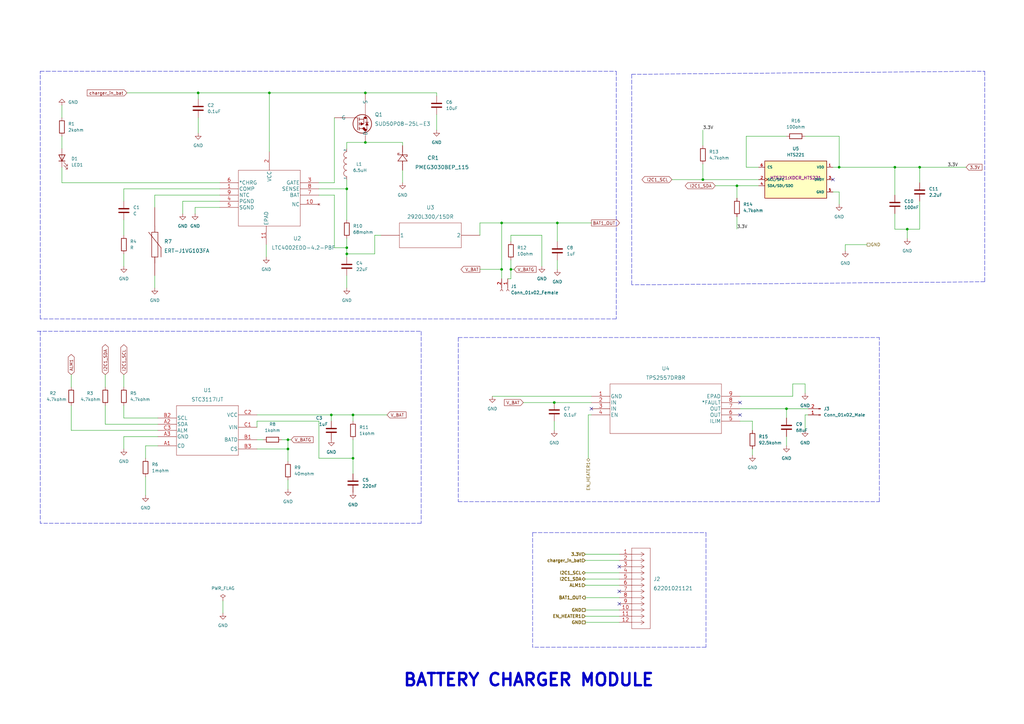
<source format=kicad_sch>
(kicad_sch (version 20211123) (generator eeschema)

  (uuid 95af0f06-0c9a-473d-96be-6461d203564a)

  (paper "A3")

  (lib_symbols
    (symbol "2023-02-14_08-58-07:LTC4002EDD-4.2-PBF" (pin_names (offset 0.254)) (in_bom yes) (on_board yes)
      (property "Reference" "U2" (id 0) (at 20.32 11.43 0)
        (effects (font (size 1.524 1.524)))
      )
      (property "Value" "LTC4002EDD-4.2-PBF" (id 1) (at 20.32 7.62 0)
        (effects (font (size 1.524 1.524)))
      )
      (property "Footprint" "LTC4002:LTC4002EDD-4.2-PBF" (id 2) (at 20.32 6.096 0)
        (effects (font (size 1.524 1.524)) hide)
      )
      (property "Datasheet" "" (id 3) (at 0 0 0)
        (effects (font (size 1.524 1.524)))
      )
      (property "ki_locked" "" (id 4) (at 0 0 0)
        (effects (font (size 1.27 1.27)))
      )
      (property "ki_fp_filters" "DFN-10_DD_LIT DFN-10_DD_LIT-M DFN-10_DD_LIT-L" (id 5) (at 0 0 0)
        (effects (font (size 1.27 1.27)) hide)
      )
      (symbol "LTC4002EDD-4.2-PBF_1_1"
        (polyline
          (pts
            (xy 7.62 -17.78)
            (xy 33.02 -17.78)
          )
          (stroke (width 0.127) (type default) (color 0 0 0 0))
          (fill (type none))
        )
        (polyline
          (pts
            (xy 7.62 5.08)
            (xy 7.62 -17.78)
          )
          (stroke (width 0.127) (type default) (color 0 0 0 0))
          (fill (type none))
        )
        (polyline
          (pts
            (xy 33.02 -17.78)
            (xy 33.02 5.08)
          )
          (stroke (width 0.127) (type default) (color 0 0 0 0))
          (fill (type none))
        )
        (polyline
          (pts
            (xy 33.02 5.08)
            (xy 7.62 5.08)
          )
          (stroke (width 0.127) (type default) (color 0 0 0 0))
          (fill (type none))
        )
        (pin passive line (at 0 -2.54 0) (length 7.62)
          (name "COMP" (effects (font (size 1.4986 1.4986))))
          (number "1" (effects (font (size 1.4986 1.4986))))
        )
        (pin no_connect line (at 40.64 -8.89 180) (length 7.62)
          (name "NC" (effects (font (size 1.4986 1.4986))))
          (number "10" (effects (font (size 1.4986 1.4986))))
        )
        (pin passive line (at 19.05 -25.4 90) (length 7.62)
          (name "EPAD" (effects (font (size 1.4986 1.4986))))
          (number "11" (effects (font (size 1.4986 1.4986))))
        )
        (pin passive line (at 20.32 12.7 270) (length 7.62)
          (name "VCC" (effects (font (size 1.4986 1.4986))))
          (number "2" (effects (font (size 1.4986 1.4986))))
        )
        (pin passive line (at 40.64 0 180) (length 7.62)
          (name "GATE" (effects (font (size 1.4986 1.4986))))
          (number "3" (effects (font (size 1.4986 1.4986))))
        )
        (pin passive line (at 0 -7.62 0) (length 7.62)
          (name "PGND" (effects (font (size 1.4986 1.4986))))
          (number "4" (effects (font (size 1.4986 1.4986))))
        )
        (pin passive line (at 0 -10.16 0) (length 7.62)
          (name "SGND" (effects (font (size 1.4986 1.4986))))
          (number "5" (effects (font (size 1.4986 1.4986))))
        )
        (pin passive line (at 0 0 0) (length 7.62)
          (name "*CHRG" (effects (font (size 1.4986 1.4986))))
          (number "6" (effects (font (size 1.4986 1.4986))))
        )
        (pin passive line (at 40.64 -5.08 180) (length 7.62)
          (name "BAT" (effects (font (size 1.4986 1.4986))))
          (number "7" (effects (font (size 1.4986 1.4986))))
        )
        (pin passive line (at 40.64 -2.54 180) (length 7.62)
          (name "SENSE" (effects (font (size 1.4986 1.4986))))
          (number "8" (effects (font (size 1.4986 1.4986))))
        )
        (pin passive line (at 0 -5.08 0) (length 7.62)
          (name "NTC" (effects (font (size 1.4986 1.4986))))
          (number "9" (effects (font (size 1.4986 1.4986))))
        )
      )
    )
    (symbol "2023-02-14_08-59-22:STC3117IJT" (pin_names (offset 0.254)) (in_bom yes) (on_board yes)
      (property "Reference" "U28" (id 0) (at 20.32 11.43 0)
        (effects (font (size 1.524 1.524)))
      )
      (property "Value" "STC3117IJT" (id 1) (at 20.32 7.62 0)
        (effects (font (size 1.524 1.524)))
      )
      (property "Footprint" "STC3117:STC3117IJT" (id 2) (at 20.32 6.096 0)
        (effects (font (size 1.524 1.524)) hide)
      )
      (property "Datasheet" "" (id 3) (at 0 0 0)
        (effects (font (size 1.524 1.524)))
      )
      (property "ki_locked" "" (id 4) (at 0 0 0)
        (effects (font (size 1.27 1.27)))
      )
      (property "ki_fp_filters" "BGA_3117IJT_STM" (id 5) (at 0 0 0)
        (effects (font (size 1.27 1.27)) hide)
      )
      (symbol "STC3117IJT_1_1"
        (polyline
          (pts
            (xy 7.62 -15.24)
            (xy 33.02 -15.24)
          )
          (stroke (width 0.127) (type default) (color 0 0 0 0))
          (fill (type none))
        )
        (polyline
          (pts
            (xy 7.62 5.08)
            (xy 7.62 -15.24)
          )
          (stroke (width 0.127) (type default) (color 0 0 0 0))
          (fill (type none))
        )
        (polyline
          (pts
            (xy 33.02 -15.24)
            (xy 33.02 5.08)
          )
          (stroke (width 0.127) (type default) (color 0 0 0 0))
          (fill (type none))
        )
        (polyline
          (pts
            (xy 33.02 5.08)
            (xy 7.62 5.08)
          )
          (stroke (width 0.127) (type default) (color 0 0 0 0))
          (fill (type none))
        )
        (pin passive line (at 0 -11.43 0) (length 7.62)
          (name "CD" (effects (font (size 1.4986 1.4986))))
          (number "A1" (effects (font (size 1.4986 1.4986))))
        )
        (pin passive line (at 0 -2.54 0) (length 7.62)
          (name "SDA" (effects (font (size 1.4986 1.4986))))
          (number "A2" (effects (font (size 1.4986 1.4986))))
        )
        (pin passive line (at 0 -7.62 0) (length 7.62)
          (name "GND" (effects (font (size 1.4986 1.4986))))
          (number "A3" (effects (font (size 1.4986 1.4986))))
        )
        (pin passive line (at 40.64 -8.89 180) (length 7.62)
          (name "BATD" (effects (font (size 1.4986 1.4986))))
          (number "B1" (effects (font (size 1.4986 1.4986))))
        )
        (pin bidirectional line (at 0 0 0) (length 7.62)
          (name "SCL" (effects (font (size 1.4986 1.4986))))
          (number "B2" (effects (font (size 1.4986 1.4986))))
        )
        (pin bidirectional line (at 40.64 -12.7 180) (length 7.62)
          (name "CS" (effects (font (size 1.4986 1.4986))))
          (number "B3" (effects (font (size 1.4986 1.4986))))
        )
        (pin passive line (at 40.64 -3.81 180) (length 7.62)
          (name "VIN" (effects (font (size 1.4986 1.4986))))
          (number "C1" (effects (font (size 1.4986 1.4986))))
        )
        (pin passive line (at 40.64 1.27 180) (length 7.62)
          (name "VCC" (effects (font (size 1.4986 1.4986))))
          (number "C2" (effects (font (size 1.4986 1.4986))))
        )
        (pin bidirectional line (at 0 -5.08 0) (length 7.62)
          (name "ALM" (effects (font (size 1.4986 1.4986))))
          (number "C3" (effects (font (size 1.4986 1.4986))))
        )
      )
    )
    (symbol "2023-02-14_09-00-55:TPS2557DRBR" (pin_names (offset 0.254)) (in_bom yes) (on_board yes)
      (property "Reference" "U4" (id 0) (at 30.48 11.43 0)
        (effects (font (size 1.524 1.524)))
      )
      (property "Value" "TPS2557DRBR" (id 1) (at 30.48 7.62 0)
        (effects (font (size 1.524 1.524)))
      )
      (property "Footprint" "TPS2557DR:TPS2557DRBR" (id 2) (at 30.48 6.096 0)
        (effects (font (size 1.524 1.524)) hide)
      )
      (property "Datasheet" "" (id 3) (at 0 0 0)
        (effects (font (size 1.524 1.524)))
      )
      (property "ki_locked" "" (id 4) (at 0 0 0)
        (effects (font (size 1.27 1.27)))
      )
      (property "ki_fp_filters" "DRB8_2P4X1P65" (id 5) (at 0 0 0)
        (effects (font (size 1.27 1.27)) hide)
      )
      (symbol "TPS2557DRBR_1_1"
        (polyline
          (pts
            (xy 7.62 -15.24)
            (xy 53.34 -15.24)
          )
          (stroke (width 0.127) (type default) (color 0 0 0 0))
          (fill (type none))
        )
        (polyline
          (pts
            (xy 7.62 5.08)
            (xy 7.62 -15.24)
          )
          (stroke (width 0.127) (type default) (color 0 0 0 0))
          (fill (type none))
        )
        (polyline
          (pts
            (xy 53.34 -15.24)
            (xy 53.34 5.08)
          )
          (stroke (width 0.127) (type default) (color 0 0 0 0))
          (fill (type none))
        )
        (polyline
          (pts
            (xy 53.34 5.08)
            (xy 7.62 5.08)
          )
          (stroke (width 0.127) (type default) (color 0 0 0 0))
          (fill (type none))
        )
        (pin passive line (at 0 0 0) (length 7.62)
          (name "GND" (effects (font (size 1.4986 1.4986))))
          (number "1" (effects (font (size 1.4986 1.4986))))
        )
        (pin input line (at 0 -2.54 0) (length 7.62)
          (name "IN" (effects (font (size 1.4986 1.4986))))
          (number "2" (effects (font (size 1.4986 1.4986))))
        )
        (pin input line (at 0 -5.08 0) (length 7.62)
          (name "IN" (effects (font (size 1.4986 1.4986))))
          (number "3" (effects (font (size 1.4986 1.4986))))
        )
        (pin passive line (at 0 -7.62 0) (length 7.62)
          (name "EN" (effects (font (size 1.4986 1.4986))))
          (number "4" (effects (font (size 1.4986 1.4986))))
        )
        (pin output line (at 60.96 -10.16 180) (length 7.62)
          (name "ILIM" (effects (font (size 1.4986 1.4986))))
          (number "5" (effects (font (size 1.4986 1.4986))))
        )
        (pin output line (at 60.96 -7.62 180) (length 7.62)
          (name "OUT" (effects (font (size 1.4986 1.4986))))
          (number "6" (effects (font (size 1.4986 1.4986))))
        )
        (pin output line (at 60.96 -5.08 180) (length 7.62)
          (name "OUT" (effects (font (size 1.4986 1.4986))))
          (number "7" (effects (font (size 1.4986 1.4986))))
        )
        (pin output line (at 60.96 -2.54 180) (length 7.62)
          (name "*FAULT" (effects (font (size 1.4986 1.4986))))
          (number "8" (effects (font (size 1.4986 1.4986))))
        )
        (pin unspecified line (at 60.96 0 180) (length 7.62)
          (name "EPAD" (effects (font (size 1.4986 1.4986))))
          (number "9" (effects (font (size 1.4986 1.4986))))
        )
      )
    )
    (symbol "2023-02-14_10-13-15:ERT-J1VG103FA" (pin_numbers hide) (pin_names (offset 0) hide) (in_bom yes) (on_board yes)
      (property "Reference" "R" (id 0) (at 6.985 8.255 0)
        (effects (font (size 1.524 1.524)))
      )
      (property "Value" "ERT-J1VG103FA" (id 1) (at 17.145 -26.67 0)
        (effects (font (size 1.524 1.524)))
      )
      (property "Footprint" "ERT-J1VG103FA_PAN" (id 2) (at 17.145 -28.194 0)
        (effects (font (size 1.524 1.524)) hide)
      )
      (property "Datasheet" "" (id 3) (at 0 0 0)
        (effects (font (size 1.524 1.524)))
      )
      (property "ki_locked" "" (id 4) (at 0 0 0)
        (effects (font (size 1.27 1.27)))
      )
      (property "ki_fp_filters" "ERT-J1VG103FA_PAN ERT-J1VG103FA_PAN-M ERT-J1VG103FA_PAN-L" (id 5) (at 0 0 0)
        (effects (font (size 1.27 1.27)) hide)
      )
      (symbol "ERT-J1VG103FA_1_1"
        (polyline
          (pts
            (xy 7.62 -1.27)
            (xy 7.62 1.27)
          )
          (stroke (width 0.2032) (type default) (color 0 0 0 0))
          (fill (type none))
        )
        (polyline
          (pts
            (xy 7.62 -1.27)
            (xy 17.78 -1.27)
          )
          (stroke (width 0.2032) (type default) (color 0 0 0 0))
          (fill (type none))
        )
        (polyline
          (pts
            (xy 7.62 0)
            (xy 5.08 0)
          )
          (stroke (width 0.2032) (type default) (color 0 0 0 0))
          (fill (type none))
        )
        (polyline
          (pts
            (xy 7.62 1.27)
            (xy 17.78 1.27)
          )
          (stroke (width 0.2032) (type default) (color 0 0 0 0))
          (fill (type none))
        )
        (polyline
          (pts
            (xy 11.43 -2.54)
            (xy 7.62 -2.54)
          )
          (stroke (width 0.2032) (type default) (color 0 0 0 0))
          (fill (type none))
        )
        (polyline
          (pts
            (xy 11.43 -2.54)
            (xy 17.78 2.54)
          )
          (stroke (width 0.2032) (type default) (color 0 0 0 0))
          (fill (type none))
        )
        (polyline
          (pts
            (xy 17.78 1.27)
            (xy 17.78 -1.27)
          )
          (stroke (width 0.2032) (type default) (color 0 0 0 0))
          (fill (type none))
        )
        (polyline
          (pts
            (xy 20.32 0)
            (xy 17.78 0)
          )
          (stroke (width 0.2032) (type default) (color 0 0 0 0))
          (fill (type none))
        )
        (pin unspecified line (at 0 0 0) (length 7.62)
          (name "1" (effects (font (size 1.4986 1.4986))))
          (number "1" (effects (font (size 1.4986 1.4986))))
        )
        (pin unspecified line (at 27.94 0 180) (length 7.62)
          (name "2" (effects (font (size 1.4986 1.4986))))
          (number "2" (effects (font (size 1.4986 1.4986))))
        )
      )
    )
    (symbol "2023-02-14_10-18-04:SUD50P08-25L-E3" (pin_numbers hide) (pin_names (offset 0.381)) (in_bom yes) (on_board yes)
      (property "Reference" "Q1" (id 0) (at 16.51 1.27 0)
        (effects (font (size 1.524 1.524)) (justify left))
      )
      (property "Value" "SUD50P08-25L-E3" (id 1) (at 16.51 -2.54 0)
        (effects (font (size 1.524 1.524)) (justify left))
      )
      (property "Footprint" "SUD50P08:SUD50P08-25L-E3" (id 2) (at 16.51 -9.144 0)
        (effects (font (size 1.524 1.524)) hide)
      )
      (property "Datasheet" "" (id 3) (at 0 0 0)
        (effects (font (size 1.524 1.524)))
      )
      (property "ki_locked" "" (id 4) (at 0 0 0)
        (effects (font (size 1.27 1.27)))
      )
      (property "ki_fp_filters" "TO_08-25L-E3_VIS TO_08-25L-E3_VIS-M TO_08-25L-E3_VIS-L" (id 5) (at 0 0 0)
        (effects (font (size 1.27 1.27)) hide)
      )
      (symbol "SUD50P08-25L-E3_1_1"
        (polyline
          (pts
            (xy 2.54 0)
            (xy 4.445 0)
          )
          (stroke (width 0.2032) (type default) (color 0 0 0 0))
          (fill (type none))
        )
        (polyline
          (pts
            (xy 9.525 -5.08)
            (xy 9.525 0)
          )
          (stroke (width 0.2032) (type default) (color 0 0 0 0))
          (fill (type none))
        )
        (polyline
          (pts
            (xy 9.525 0)
            (xy 3.81 0)
          )
          (stroke (width 0.127) (type default) (color 0 0 0 0))
          (fill (type none))
        )
        (polyline
          (pts
            (xy 10.16 -5.08)
            (xy 10.16 -3.81)
          )
          (stroke (width 0.2032) (type default) (color 0 0 0 0))
          (fill (type none))
        )
        (polyline
          (pts
            (xy 10.16 -4.445)
            (xy 12.065 -4.445)
          )
          (stroke (width 0.2032) (type default) (color 0 0 0 0))
          (fill (type none))
        )
        (polyline
          (pts
            (xy 10.16 -3.175)
            (xy 10.16 -1.905)
          )
          (stroke (width 0.2032) (type default) (color 0 0 0 0))
          (fill (type none))
        )
        (polyline
          (pts
            (xy 10.16 -1.27)
            (xy 10.16 0)
          )
          (stroke (width 0.2032) (type default) (color 0 0 0 0))
          (fill (type none))
        )
        (polyline
          (pts
            (xy 10.16 -0.635)
            (xy 12.065 -0.635)
          )
          (stroke (width 0.2032) (type default) (color 0 0 0 0))
          (fill (type none))
        )
        (polyline
          (pts
            (xy 10.795 -2.54)
            (xy 10.16 -2.54)
          )
          (stroke (width 0.2032) (type default) (color 0 0 0 0))
          (fill (type none))
        )
        (polyline
          (pts
            (xy 12.065 -5.08)
            (xy 13.335 -5.08)
          )
          (stroke (width 0.2032) (type default) (color 0 0 0 0))
          (fill (type none))
        )
        (polyline
          (pts
            (xy 12.065 -4.445)
            (xy 12.065 -5.08)
          )
          (stroke (width 0.127) (type default) (color 0 0 0 0))
          (fill (type none))
        )
        (polyline
          (pts
            (xy 12.065 -0.635)
            (xy 12.065 -2.54)
          )
          (stroke (width 0.2032) (type default) (color 0 0 0 0))
          (fill (type none))
        )
        (polyline
          (pts
            (xy 12.065 -0.635)
            (xy 12.065 0)
          )
          (stroke (width 0.2032) (type default) (color 0 0 0 0))
          (fill (type none))
        )
        (polyline
          (pts
            (xy 12.065 0)
            (xy 13.335 0)
          )
          (stroke (width 0.2032) (type default) (color 0 0 0 0))
          (fill (type none))
        )
        (polyline
          (pts
            (xy 12.7 -7.62)
            (xy 12.7 -5.08)
          )
          (stroke (width 0.127) (type default) (color 0 0 0 0))
          (fill (type none))
        )
        (polyline
          (pts
            (xy 12.7 7.62)
            (xy 12.7254 0)
          )
          (stroke (width 0.127) (type default) (color 0 0 0 0))
          (fill (type none))
        )
        (polyline
          (pts
            (xy 13.335 -5.08)
            (xy 13.335 -3.175)
          )
          (stroke (width 0.2032) (type default) (color 0 0 0 0))
          (fill (type none))
        )
        (polyline
          (pts
            (xy 13.335 -1.905)
            (xy 13.335 0)
          )
          (stroke (width 0.2032) (type default) (color 0 0 0 0))
          (fill (type none))
        )
        (polyline
          (pts
            (xy 13.97 -1.905)
            (xy 12.7 -1.905)
          )
          (stroke (width 0.2032) (type default) (color 0 0 0 0))
          (fill (type none))
        )
        (polyline
          (pts
            (xy 10.795 -3.175)
            (xy 12.065 -2.54)
            (xy 10.795 -1.905)
            (xy 10.795 -3.175)
          )
          (stroke (width 0.0254) (type default) (color 0 0 0 0))
          (fill (type outline))
        )
        (polyline
          (pts
            (xy 13.97 -3.175)
            (xy 12.7 -3.175)
            (xy 13.335 -1.905)
            (xy 13.97 -3.175)
          )
          (stroke (width 0.0254) (type default) (color 0 0 0 0))
          (fill (type outline))
        )
        (circle (center 11.43 -2.54) (radius 3.81)
          (stroke (width 0.254) (type default) (color 0 0 0 0))
          (fill (type none))
        )
        (circle (center 12.065 -4.445) (radius 0.0254)
          (stroke (width 0.508) (type default) (color 0 0 0 0))
          (fill (type none))
        )
        (circle (center 12.7 -5.08) (radius 0.0254)
          (stroke (width 0.508) (type default) (color 0 0 0 0))
          (fill (type none))
        )
        (circle (center 12.7 0) (radius 0.0254)
          (stroke (width 0.508) (type default) (color 0 0 0 0))
          (fill (type none))
        )
        (pin unspecified line (at 0 0 0) (length 2.54)
          (name "G" (effects (font (size 1.4986 1.4986))))
          (number "1" (effects (font (size 1.4986 1.4986))))
        )
        (pin unspecified line (at 12.7 -10.16 90) (length 2.54)
          (name "D" (effects (font (size 1.4986 1.4986))))
          (number "2" (effects (font (size 1.4986 1.4986))))
        )
        (pin passive line (at 12.7 10.16 270) (length 2.54)
          (name "S" (effects (font (size 1.4986 1.4986))))
          (number "3" (effects (font (size 1.4986 1.4986))))
        )
      )
    )
    (symbol "2023-02-14_10-46-54:PMEG3030BEP_115" (pin_numbers hide) (pin_names hide) (in_bom yes) (on_board yes)
      (property "Reference" "CR1" (id 0) (at 3.81 6.35 90)
        (effects (font (size 1.524 1.524)) (justify right))
      )
      (property "Value" "PMEG3030BEP_115" (id 1) (at 3.81 2.54 90)
        (effects (font (size 1.524 1.524)) (justify right))
      )
      (property "Footprint" "PMEG3030_DIODE:PMEG3030BEP_115" (id 2) (at 9.144 5.08 0)
        (effects (font (size 1.524 1.524)) hide)
      )
      (property "Datasheet" "" (id 3) (at 0 0 0)
        (effects (font (size 1.524 1.524)))
      )
      (property "ki_locked" "" (id 4) (at 0 0 0)
        (effects (font (size 1.27 1.27)))
      )
      (property "ki_fp_filters" "CFP5_SOD128_NEX CFP5_SOD128_NEX-M CFP5_SOD128_NEX-L" (id 5) (at 0 0 0)
        (effects (font (size 1.27 1.27)) hide)
      )
      (symbol "PMEG3030BEP_115_1_1"
        (polyline
          (pts
            (xy 2.54 0)
            (xy 3.4798 0)
          )
          (stroke (width 0.2032) (type default) (color 0 0 0 0))
          (fill (type none))
        )
        (polyline
          (pts
            (xy 3.175 0)
            (xy 3.81 0)
          )
          (stroke (width 0.2032) (type default) (color 0 0 0 0))
          (fill (type none))
        )
        (polyline
          (pts
            (xy 3.81 -1.905)
            (xy 6.35 0)
          )
          (stroke (width 0.2032) (type default) (color 0 0 0 0))
          (fill (type none))
        )
        (polyline
          (pts
            (xy 3.81 1.905)
            (xy 3.81 -1.905)
          )
          (stroke (width 0.2032) (type default) (color 0 0 0 0))
          (fill (type none))
        )
        (polyline
          (pts
            (xy 5.715 -1.905)
            (xy 5.715 -1.27)
          )
          (stroke (width 0.2032) (type default) (color 0 0 0 0))
          (fill (type none))
        )
        (polyline
          (pts
            (xy 6.35 -1.905)
            (xy 5.715 -1.905)
          )
          (stroke (width 0.2032) (type default) (color 0 0 0 0))
          (fill (type none))
        )
        (polyline
          (pts
            (xy 6.35 -1.905)
            (xy 6.35 1.905)
          )
          (stroke (width 0.2032) (type default) (color 0 0 0 0))
          (fill (type none))
        )
        (polyline
          (pts
            (xy 6.35 0)
            (xy 3.81 1.905)
          )
          (stroke (width 0.2032) (type default) (color 0 0 0 0))
          (fill (type none))
        )
        (polyline
          (pts
            (xy 6.35 0)
            (xy 7.62 0)
          )
          (stroke (width 0.2032) (type default) (color 0 0 0 0))
          (fill (type none))
        )
        (polyline
          (pts
            (xy 6.35 1.905)
            (xy 6.985 1.905)
          )
          (stroke (width 0.2032) (type default) (color 0 0 0 0))
          (fill (type none))
        )
        (polyline
          (pts
            (xy 6.985 1.905)
            (xy 6.985 1.27)
          )
          (stroke (width 0.2032) (type default) (color 0 0 0 0))
          (fill (type none))
        )
        (pin passive line (at 10.16 0 180) (length 2.54)
          (name "~" (effects (font (size 1.4986 1.4986))))
          (number "1" (effects (font (size 1.4986 1.4986))))
        )
        (pin passive line (at 0 0 0) (length 2.54)
          (name "~" (effects (font (size 1.4986 1.4986))))
          (number "2" (effects (font (size 1.4986 1.4986))))
        )
      )
    )
    (symbol "2023-02-14_10-51-50:2920L300{slash}15DR" (pin_names (offset 0.254)) (in_bom yes) (on_board yes)
      (property "Reference" "U3" (id 0) (at 20.32 11.43 0)
        (effects (font (size 1.524 1.524)))
      )
      (property "Value" "2920L300/15DR" (id 1) (at 20.32 7.62 0)
        (effects (font (size 1.524 1.524)))
      )
      (property "Footprint" "POLYFUSE:2920L300&slash_15DR" (id 2) (at 20.32 6.096 0)
        (effects (font (size 1.524 1.524)) hide)
      )
      (property "Datasheet" "" (id 3) (at 0 0 0)
        (effects (font (size 1.524 1.524)))
      )
      (property "ki_locked" "" (id 4) (at 0 0 0)
        (effects (font (size 1.27 1.27)))
      )
      (property "ki_fp_filters" "CHIP_2920L_7P98X5P44_LTF CHIP_2920L_7P98X5P44_LTF-M CHIP_2920L_7P98X5P44_LTF-L" (id 5) (at 0 0 0)
        (effects (font (size 1.27 1.27)) hide)
      )
      (symbol "2920L300{slash}15DR_1_1"
        (polyline
          (pts
            (xy 7.62 -5.08)
            (xy 33.02 -5.08)
          )
          (stroke (width 0.127) (type default) (color 0 0 0 0))
          (fill (type none))
        )
        (polyline
          (pts
            (xy 7.62 5.08)
            (xy 7.62 -5.08)
          )
          (stroke (width 0.127) (type default) (color 0 0 0 0))
          (fill (type none))
        )
        (polyline
          (pts
            (xy 33.02 -5.08)
            (xy 33.02 5.08)
          )
          (stroke (width 0.127) (type default) (color 0 0 0 0))
          (fill (type none))
        )
        (polyline
          (pts
            (xy 33.02 5.08)
            (xy 7.62 5.08)
          )
          (stroke (width 0.127) (type default) (color 0 0 0 0))
          (fill (type none))
        )
        (pin passive line (at 0 0 0) (length 7.62)
          (name "1" (effects (font (size 1.4986 1.4986))))
          (number "" (effects (font (size 1.4986 1.4986))))
        )
        (pin unspecified line (at 40.64 0 180) (length 7.62)
          (name "2" (effects (font (size 1.4986 1.4986))))
          (number "" (effects (font (size 1.4986 1.4986))))
        )
      )
    )
    (symbol "2023-02-15_06-51-58:62201021121" (pin_names (offset 0.254) hide) (in_bom yes) (on_board yes)
      (property "Reference" "J2" (id 0) (at 13.97 -10.16 0)
        (effects (font (size 1.524 1.524)) (justify left))
      )
      (property "Value" "62201021121" (id 1) (at 13.97 -13.97 0)
        (effects (font (size 1.524 1.524)) (justify left))
      )
      (property "Footprint" "BATTERY_PACK_CONN:62201021121" (id 2) (at 10.16 -11.684 0)
        (effects (font (size 1.524 1.524)) hide)
      )
      (property "Datasheet" "" (id 3) (at 0 0 0)
        (effects (font (size 1.524 1.524)))
      )
      (property "ki_locked" "" (id 4) (at 0 0 0)
        (effects (font (size 1.27 1.27)))
      )
      (property "ki_fp_filters" "CONN_62201021121_WRE" (id 5) (at 0 0 0)
        (effects (font (size 1.27 1.27)) hide)
      )
      (symbol "62201021121_1_1"
        (polyline
          (pts
            (xy 5.08 -30.48)
            (xy 12.7 -30.48)
          )
          (stroke (width 0.127) (type default) (color 0 0 0 0))
          (fill (type none))
        )
        (polyline
          (pts
            (xy 5.08 2.54)
            (xy 5.08 -30.48)
          )
          (stroke (width 0.127) (type default) (color 0 0 0 0))
          (fill (type none))
        )
        (polyline
          (pts
            (xy 10.16 -27.94)
            (xy 5.08 -27.94)
          )
          (stroke (width 0.127) (type default) (color 0 0 0 0))
          (fill (type none))
        )
        (polyline
          (pts
            (xy 10.16 -27.94)
            (xy 8.89 -28.7782)
          )
          (stroke (width 0.127) (type default) (color 0 0 0 0))
          (fill (type none))
        )
        (polyline
          (pts
            (xy 10.16 -27.94)
            (xy 8.89 -27.1018)
          )
          (stroke (width 0.127) (type default) (color 0 0 0 0))
          (fill (type none))
        )
        (polyline
          (pts
            (xy 10.16 -25.4)
            (xy 5.08 -25.4)
          )
          (stroke (width 0.127) (type default) (color 0 0 0 0))
          (fill (type none))
        )
        (polyline
          (pts
            (xy 10.16 -25.4)
            (xy 8.89 -26.2382)
          )
          (stroke (width 0.127) (type default) (color 0 0 0 0))
          (fill (type none))
        )
        (polyline
          (pts
            (xy 10.16 -25.4)
            (xy 8.89 -24.5618)
          )
          (stroke (width 0.127) (type default) (color 0 0 0 0))
          (fill (type none))
        )
        (polyline
          (pts
            (xy 10.16 -22.86)
            (xy 5.08 -22.86)
          )
          (stroke (width 0.127) (type default) (color 0 0 0 0))
          (fill (type none))
        )
        (polyline
          (pts
            (xy 10.16 -22.86)
            (xy 8.89 -23.6982)
          )
          (stroke (width 0.127) (type default) (color 0 0 0 0))
          (fill (type none))
        )
        (polyline
          (pts
            (xy 10.16 -22.86)
            (xy 8.89 -22.0218)
          )
          (stroke (width 0.127) (type default) (color 0 0 0 0))
          (fill (type none))
        )
        (polyline
          (pts
            (xy 10.16 -20.32)
            (xy 5.08 -20.32)
          )
          (stroke (width 0.127) (type default) (color 0 0 0 0))
          (fill (type none))
        )
        (polyline
          (pts
            (xy 10.16 -20.32)
            (xy 8.89 -21.1582)
          )
          (stroke (width 0.127) (type default) (color 0 0 0 0))
          (fill (type none))
        )
        (polyline
          (pts
            (xy 10.16 -20.32)
            (xy 8.89 -19.4818)
          )
          (stroke (width 0.127) (type default) (color 0 0 0 0))
          (fill (type none))
        )
        (polyline
          (pts
            (xy 10.16 -17.78)
            (xy 5.08 -17.78)
          )
          (stroke (width 0.127) (type default) (color 0 0 0 0))
          (fill (type none))
        )
        (polyline
          (pts
            (xy 10.16 -17.78)
            (xy 8.89 -18.6182)
          )
          (stroke (width 0.127) (type default) (color 0 0 0 0))
          (fill (type none))
        )
        (polyline
          (pts
            (xy 10.16 -17.78)
            (xy 8.89 -16.9418)
          )
          (stroke (width 0.127) (type default) (color 0 0 0 0))
          (fill (type none))
        )
        (polyline
          (pts
            (xy 10.16 -15.24)
            (xy 5.08 -15.24)
          )
          (stroke (width 0.127) (type default) (color 0 0 0 0))
          (fill (type none))
        )
        (polyline
          (pts
            (xy 10.16 -15.24)
            (xy 8.89 -16.0782)
          )
          (stroke (width 0.127) (type default) (color 0 0 0 0))
          (fill (type none))
        )
        (polyline
          (pts
            (xy 10.16 -15.24)
            (xy 8.89 -14.4018)
          )
          (stroke (width 0.127) (type default) (color 0 0 0 0))
          (fill (type none))
        )
        (polyline
          (pts
            (xy 10.16 -12.7)
            (xy 5.08 -12.7)
          )
          (stroke (width 0.127) (type default) (color 0 0 0 0))
          (fill (type none))
        )
        (polyline
          (pts
            (xy 10.16 -12.7)
            (xy 8.89 -13.5382)
          )
          (stroke (width 0.127) (type default) (color 0 0 0 0))
          (fill (type none))
        )
        (polyline
          (pts
            (xy 10.16 -12.7)
            (xy 8.89 -11.8618)
          )
          (stroke (width 0.127) (type default) (color 0 0 0 0))
          (fill (type none))
        )
        (polyline
          (pts
            (xy 10.16 -10.16)
            (xy 5.08 -10.16)
          )
          (stroke (width 0.127) (type default) (color 0 0 0 0))
          (fill (type none))
        )
        (polyline
          (pts
            (xy 10.16 -10.16)
            (xy 8.89 -10.9982)
          )
          (stroke (width 0.127) (type default) (color 0 0 0 0))
          (fill (type none))
        )
        (polyline
          (pts
            (xy 10.16 -10.16)
            (xy 8.89 -9.3218)
          )
          (stroke (width 0.127) (type default) (color 0 0 0 0))
          (fill (type none))
        )
        (polyline
          (pts
            (xy 10.16 -7.62)
            (xy 5.08 -7.62)
          )
          (stroke (width 0.127) (type default) (color 0 0 0 0))
          (fill (type none))
        )
        (polyline
          (pts
            (xy 10.16 -7.62)
            (xy 8.89 -8.4582)
          )
          (stroke (width 0.127) (type default) (color 0 0 0 0))
          (fill (type none))
        )
        (polyline
          (pts
            (xy 10.16 -7.62)
            (xy 8.89 -6.7818)
          )
          (stroke (width 0.127) (type default) (color 0 0 0 0))
          (fill (type none))
        )
        (polyline
          (pts
            (xy 10.16 -5.08)
            (xy 5.08 -5.08)
          )
          (stroke (width 0.127) (type default) (color 0 0 0 0))
          (fill (type none))
        )
        (polyline
          (pts
            (xy 10.16 -5.08)
            (xy 8.89 -5.9182)
          )
          (stroke (width 0.127) (type default) (color 0 0 0 0))
          (fill (type none))
        )
        (polyline
          (pts
            (xy 10.16 -5.08)
            (xy 8.89 -4.2418)
          )
          (stroke (width 0.127) (type default) (color 0 0 0 0))
          (fill (type none))
        )
        (polyline
          (pts
            (xy 10.16 -2.54)
            (xy 5.08 -2.54)
          )
          (stroke (width 0.127) (type default) (color 0 0 0 0))
          (fill (type none))
        )
        (polyline
          (pts
            (xy 10.16 -2.54)
            (xy 8.89 -3.3782)
          )
          (stroke (width 0.127) (type default) (color 0 0 0 0))
          (fill (type none))
        )
        (polyline
          (pts
            (xy 10.16 -2.54)
            (xy 8.89 -1.7018)
          )
          (stroke (width 0.127) (type default) (color 0 0 0 0))
          (fill (type none))
        )
        (polyline
          (pts
            (xy 10.16 0)
            (xy 5.08 0)
          )
          (stroke (width 0.127) (type default) (color 0 0 0 0))
          (fill (type none))
        )
        (polyline
          (pts
            (xy 10.16 0)
            (xy 8.89 -0.8382)
          )
          (stroke (width 0.127) (type default) (color 0 0 0 0))
          (fill (type none))
        )
        (polyline
          (pts
            (xy 10.16 0)
            (xy 8.89 0.8382)
          )
          (stroke (width 0.127) (type default) (color 0 0 0 0))
          (fill (type none))
        )
        (polyline
          (pts
            (xy 12.7 -30.48)
            (xy 12.7 2.54)
          )
          (stroke (width 0.127) (type default) (color 0 0 0 0))
          (fill (type none))
        )
        (polyline
          (pts
            (xy 12.7 2.54)
            (xy 5.08 2.54)
          )
          (stroke (width 0.127) (type default) (color 0 0 0 0))
          (fill (type none))
        )
        (pin unspecified line (at 0 0 0) (length 5.08)
          (name "1" (effects (font (size 1.4986 1.4986))))
          (number "1" (effects (font (size 1.4986 1.4986))))
        )
        (pin unspecified line (at 0 -22.86 0) (length 5.08)
          (name "10" (effects (font (size 1.4986 1.4986))))
          (number "10" (effects (font (size 1.4986 1.4986))))
        )
        (pin unspecified line (at 0 -25.4 0) (length 5.08)
          (name "11" (effects (font (size 1.4986 1.4986))))
          (number "11" (effects (font (size 1.4986 1.4986))))
        )
        (pin unspecified line (at 0 -27.94 0) (length 5.08)
          (name "12" (effects (font (size 1.4986 1.4986))))
          (number "12" (effects (font (size 1.4986 1.4986))))
        )
        (pin unspecified line (at 0 -2.54 0) (length 5.08)
          (name "2" (effects (font (size 1.4986 1.4986))))
          (number "2" (effects (font (size 1.4986 1.4986))))
        )
        (pin unspecified line (at 0 -5.08 0) (length 5.08)
          (name "3" (effects (font (size 1.4986 1.4986))))
          (number "3" (effects (font (size 1.4986 1.4986))))
        )
        (pin unspecified line (at 0 -7.62 0) (length 5.08)
          (name "4" (effects (font (size 1.4986 1.4986))))
          (number "4" (effects (font (size 1.4986 1.4986))))
        )
        (pin unspecified line (at 0 -10.16 0) (length 5.08)
          (name "5" (effects (font (size 1.4986 1.4986))))
          (number "5" (effects (font (size 1.4986 1.4986))))
        )
        (pin unspecified line (at 0 -12.7 0) (length 5.08)
          (name "6" (effects (font (size 1.4986 1.4986))))
          (number "6" (effects (font (size 1.4986 1.4986))))
        )
        (pin unspecified line (at 0 -15.24 0) (length 5.08)
          (name "7" (effects (font (size 1.4986 1.4986))))
          (number "7" (effects (font (size 1.4986 1.4986))))
        )
        (pin unspecified line (at 0 -17.78 0) (length 5.08)
          (name "8" (effects (font (size 1.4986 1.4986))))
          (number "8" (effects (font (size 1.4986 1.4986))))
        )
        (pin unspecified line (at 0 -20.32 0) (length 5.08)
          (name "9" (effects (font (size 1.4986 1.4986))))
          (number "9" (effects (font (size 1.4986 1.4986))))
        )
      )
    )
    (symbol "Connector:Conn_01x02_Female" (pin_names (offset 1.016) hide) (in_bom yes) (on_board yes)
      (property "Reference" "J" (id 0) (at 0 2.54 0)
        (effects (font (size 1.27 1.27)))
      )
      (property "Value" "Conn_01x02_Female" (id 1) (at 0 -5.08 0)
        (effects (font (size 1.27 1.27)))
      )
      (property "Footprint" "" (id 2) (at 0 0 0)
        (effects (font (size 1.27 1.27)) hide)
      )
      (property "Datasheet" "~" (id 3) (at 0 0 0)
        (effects (font (size 1.27 1.27)) hide)
      )
      (property "ki_keywords" "connector" (id 4) (at 0 0 0)
        (effects (font (size 1.27 1.27)) hide)
      )
      (property "ki_description" "Generic connector, single row, 01x02, script generated (kicad-library-utils/schlib/autogen/connector/)" (id 5) (at 0 0 0)
        (effects (font (size 1.27 1.27)) hide)
      )
      (property "ki_fp_filters" "Connector*:*_1x??_*" (id 6) (at 0 0 0)
        (effects (font (size 1.27 1.27)) hide)
      )
      (symbol "Conn_01x02_Female_1_1"
        (arc (start 0 -2.032) (mid -0.508 -2.54) (end 0 -3.048)
          (stroke (width 0.1524) (type default) (color 0 0 0 0))
          (fill (type none))
        )
        (polyline
          (pts
            (xy -1.27 -2.54)
            (xy -0.508 -2.54)
          )
          (stroke (width 0.1524) (type default) (color 0 0 0 0))
          (fill (type none))
        )
        (polyline
          (pts
            (xy -1.27 0)
            (xy -0.508 0)
          )
          (stroke (width 0.1524) (type default) (color 0 0 0 0))
          (fill (type none))
        )
        (arc (start 0 0.508) (mid -0.508 0) (end 0 -0.508)
          (stroke (width 0.1524) (type default) (color 0 0 0 0))
          (fill (type none))
        )
        (pin passive line (at -5.08 0 0) (length 3.81)
          (name "Pin_1" (effects (font (size 1.27 1.27))))
          (number "1" (effects (font (size 1.27 1.27))))
        )
        (pin passive line (at -5.08 -2.54 0) (length 3.81)
          (name "Pin_2" (effects (font (size 1.27 1.27))))
          (number "2" (effects (font (size 1.27 1.27))))
        )
      )
    )
    (symbol "Connector:Conn_01x02_Male" (pin_names (offset 1.016) hide) (in_bom yes) (on_board yes)
      (property "Reference" "J" (id 0) (at 0 2.54 0)
        (effects (font (size 1.27 1.27)))
      )
      (property "Value" "Conn_01x02_Male" (id 1) (at 0 -5.08 0)
        (effects (font (size 1.27 1.27)))
      )
      (property "Footprint" "" (id 2) (at 0 0 0)
        (effects (font (size 1.27 1.27)) hide)
      )
      (property "Datasheet" "~" (id 3) (at 0 0 0)
        (effects (font (size 1.27 1.27)) hide)
      )
      (property "ki_keywords" "connector" (id 4) (at 0 0 0)
        (effects (font (size 1.27 1.27)) hide)
      )
      (property "ki_description" "Generic connector, single row, 01x02, script generated (kicad-library-utils/schlib/autogen/connector/)" (id 5) (at 0 0 0)
        (effects (font (size 1.27 1.27)) hide)
      )
      (property "ki_fp_filters" "Connector*:*_1x??_*" (id 6) (at 0 0 0)
        (effects (font (size 1.27 1.27)) hide)
      )
      (symbol "Conn_01x02_Male_1_1"
        (polyline
          (pts
            (xy 1.27 -2.54)
            (xy 0.8636 -2.54)
          )
          (stroke (width 0.1524) (type default) (color 0 0 0 0))
          (fill (type none))
        )
        (polyline
          (pts
            (xy 1.27 0)
            (xy 0.8636 0)
          )
          (stroke (width 0.1524) (type default) (color 0 0 0 0))
          (fill (type none))
        )
        (rectangle (start 0.8636 -2.413) (end 0 -2.667)
          (stroke (width 0.1524) (type default) (color 0 0 0 0))
          (fill (type outline))
        )
        (rectangle (start 0.8636 0.127) (end 0 -0.127)
          (stroke (width 0.1524) (type default) (color 0 0 0 0))
          (fill (type outline))
        )
        (pin passive line (at 5.08 0 180) (length 3.81)
          (name "Pin_1" (effects (font (size 1.27 1.27))))
          (number "1" (effects (font (size 1.27 1.27))))
        )
        (pin passive line (at 5.08 -2.54 180) (length 3.81)
          (name "Pin_2" (effects (font (size 1.27 1.27))))
          (number "2" (effects (font (size 1.27 1.27))))
        )
      )
    )
    (symbol "Device:C" (pin_numbers hide) (pin_names (offset 0.254)) (in_bom yes) (on_board yes)
      (property "Reference" "C" (id 0) (at 0.635 2.54 0)
        (effects (font (size 1.27 1.27)) (justify left))
      )
      (property "Value" "C" (id 1) (at 0.635 -2.54 0)
        (effects (font (size 1.27 1.27)) (justify left))
      )
      (property "Footprint" "" (id 2) (at 0.9652 -3.81 0)
        (effects (font (size 1.27 1.27)) hide)
      )
      (property "Datasheet" "~" (id 3) (at 0 0 0)
        (effects (font (size 1.27 1.27)) hide)
      )
      (property "ki_keywords" "cap capacitor" (id 4) (at 0 0 0)
        (effects (font (size 1.27 1.27)) hide)
      )
      (property "ki_description" "Unpolarized capacitor" (id 5) (at 0 0 0)
        (effects (font (size 1.27 1.27)) hide)
      )
      (property "ki_fp_filters" "C_*" (id 6) (at 0 0 0)
        (effects (font (size 1.27 1.27)) hide)
      )
      (symbol "C_0_1"
        (polyline
          (pts
            (xy -2.032 -0.762)
            (xy 2.032 -0.762)
          )
          (stroke (width 0.508) (type default) (color 0 0 0 0))
          (fill (type none))
        )
        (polyline
          (pts
            (xy -2.032 0.762)
            (xy 2.032 0.762)
          )
          (stroke (width 0.508) (type default) (color 0 0 0 0))
          (fill (type none))
        )
      )
      (symbol "C_1_1"
        (pin passive line (at 0 3.81 270) (length 2.794)
          (name "~" (effects (font (size 1.27 1.27))))
          (number "1" (effects (font (size 1.27 1.27))))
        )
        (pin passive line (at 0 -3.81 90) (length 2.794)
          (name "~" (effects (font (size 1.27 1.27))))
          (number "2" (effects (font (size 1.27 1.27))))
        )
      )
    )
    (symbol "Device:LED" (pin_numbers hide) (pin_names (offset 1.016) hide) (in_bom yes) (on_board yes)
      (property "Reference" "D" (id 0) (at 0 2.54 0)
        (effects (font (size 1.27 1.27)))
      )
      (property "Value" "LED" (id 1) (at 0 -2.54 0)
        (effects (font (size 1.27 1.27)))
      )
      (property "Footprint" "" (id 2) (at 0 0 0)
        (effects (font (size 1.27 1.27)) hide)
      )
      (property "Datasheet" "~" (id 3) (at 0 0 0)
        (effects (font (size 1.27 1.27)) hide)
      )
      (property "ki_keywords" "LED diode" (id 4) (at 0 0 0)
        (effects (font (size 1.27 1.27)) hide)
      )
      (property "ki_description" "Light emitting diode" (id 5) (at 0 0 0)
        (effects (font (size 1.27 1.27)) hide)
      )
      (property "ki_fp_filters" "LED* LED_SMD:* LED_THT:*" (id 6) (at 0 0 0)
        (effects (font (size 1.27 1.27)) hide)
      )
      (symbol "LED_0_1"
        (polyline
          (pts
            (xy -1.27 -1.27)
            (xy -1.27 1.27)
          )
          (stroke (width 0.254) (type default) (color 0 0 0 0))
          (fill (type none))
        )
        (polyline
          (pts
            (xy -1.27 0)
            (xy 1.27 0)
          )
          (stroke (width 0) (type default) (color 0 0 0 0))
          (fill (type none))
        )
        (polyline
          (pts
            (xy 1.27 -1.27)
            (xy 1.27 1.27)
            (xy -1.27 0)
            (xy 1.27 -1.27)
          )
          (stroke (width 0.254) (type default) (color 0 0 0 0))
          (fill (type none))
        )
        (polyline
          (pts
            (xy -3.048 -0.762)
            (xy -4.572 -2.286)
            (xy -3.81 -2.286)
            (xy -4.572 -2.286)
            (xy -4.572 -1.524)
          )
          (stroke (width 0) (type default) (color 0 0 0 0))
          (fill (type none))
        )
        (polyline
          (pts
            (xy -1.778 -0.762)
            (xy -3.302 -2.286)
            (xy -2.54 -2.286)
            (xy -3.302 -2.286)
            (xy -3.302 -1.524)
          )
          (stroke (width 0) (type default) (color 0 0 0 0))
          (fill (type none))
        )
      )
      (symbol "LED_1_1"
        (pin passive line (at -3.81 0 0) (length 2.54)
          (name "K" (effects (font (size 1.27 1.27))))
          (number "1" (effects (font (size 1.27 1.27))))
        )
        (pin passive line (at 3.81 0 180) (length 2.54)
          (name "A" (effects (font (size 1.27 1.27))))
          (number "2" (effects (font (size 1.27 1.27))))
        )
      )
    )
    (symbol "Device:R" (pin_numbers hide) (pin_names (offset 0)) (in_bom yes) (on_board yes)
      (property "Reference" "R" (id 0) (at 2.032 0 90)
        (effects (font (size 1.27 1.27)))
      )
      (property "Value" "R" (id 1) (at 0 0 90)
        (effects (font (size 1.27 1.27)))
      )
      (property "Footprint" "" (id 2) (at -1.778 0 90)
        (effects (font (size 1.27 1.27)) hide)
      )
      (property "Datasheet" "~" (id 3) (at 0 0 0)
        (effects (font (size 1.27 1.27)) hide)
      )
      (property "ki_keywords" "R res resistor" (id 4) (at 0 0 0)
        (effects (font (size 1.27 1.27)) hide)
      )
      (property "ki_description" "Resistor" (id 5) (at 0 0 0)
        (effects (font (size 1.27 1.27)) hide)
      )
      (property "ki_fp_filters" "R_*" (id 6) (at 0 0 0)
        (effects (font (size 1.27 1.27)) hide)
      )
      (symbol "R_0_1"
        (rectangle (start -1.016 -2.54) (end 1.016 2.54)
          (stroke (width 0.254) (type default) (color 0 0 0 0))
          (fill (type none))
        )
      )
      (symbol "R_1_1"
        (pin passive line (at 0 3.81 270) (length 1.27)
          (name "~" (effects (font (size 1.27 1.27))))
          (number "1" (effects (font (size 1.27 1.27))))
        )
        (pin passive line (at 0 -3.81 90) (length 1.27)
          (name "~" (effects (font (size 1.27 1.27))))
          (number "2" (effects (font (size 1.27 1.27))))
        )
      )
    )
    (symbol "HTS221:HTS221" (pin_names (offset 1.016)) (in_bom yes) (on_board yes)
      (property "Reference" "U8" (id 0) (at 0 12.7 0)
        (effects (font (size 1.27 1.27)))
      )
      (property "Value" "HTS221" (id 1) (at 0 10.16 0)
        (effects (font (size 1.27 1.27)))
      )
      (property "Footprint" "XDCR_HTS221" (id 2) (at 0 0 0)
        (effects (font (size 1.27 1.27)) (justify bottom))
      )
      (property "Datasheet" "" (id 3) (at 0 0 0)
        (effects (font (size 1.27 1.27)) hide)
      )
      (property "MANUFACTURER" "STMicroelectronics" (id 4) (at 0 0 0)
        (effects (font (size 1.27 1.27)) (justify bottom) hide)
      )
      (property "PARTREV" "Rev 1" (id 5) (at 0 0 0)
        (effects (font (size 1.27 1.27)) (justify bottom) hide)
      )
      (property "STANDARD" "Manufacturer Recommendations" (id 6) (at 0 0 0)
        (effects (font (size 1.27 1.27)) (justify bottom) hide)
      )
      (symbol "HTS221_0_0"
        (rectangle (start -12.7 -7.62) (end 12.7 7.62)
          (stroke (width 0.254) (type default) (color 0 0 0 0))
          (fill (type background))
        )
        (pin input line (at 15.24 5.08 180) (length 2.54)
          (name "VDD" (effects (font (size 1.016 1.016))))
          (number "1" (effects (font (size 1.016 1.016))))
        )
        (pin input clock (at -15.24 0 0) (length 2.54)
          (name "SCL/SPC" (effects (font (size 1.016 1.016))))
          (number "2" (effects (font (size 1.016 1.016))))
        )
        (pin output line (at 15.24 0 180) (length 2.54)
          (name "DRDY" (effects (font (size 1.016 1.016))))
          (number "3" (effects (font (size 1.016 1.016))))
        )
        (pin bidirectional line (at -15.24 -2.54 0) (length 2.54)
          (name "SDA/SDI/SDO" (effects (font (size 1.016 1.016))))
          (number "4" (effects (font (size 1.016 1.016))))
        )
        (pin bidirectional line (at 15.24 -5.08 180) (length 2.54)
          (name "GND" (effects (font (size 1.016 1.016))))
          (number "5" (effects (font (size 1.016 1.016))))
        )
        (pin input line (at -15.24 5.08 0) (length 2.54)
          (name "CS" (effects (font (size 1.016 1.016))))
          (number "6" (effects (font (size 1.016 1.016))))
        )
      )
    )
    (symbol "power:GND" (power) (pin_names (offset 0)) (in_bom yes) (on_board yes)
      (property "Reference" "#PWR" (id 0) (at 0 -6.35 0)
        (effects (font (size 1.27 1.27)) hide)
      )
      (property "Value" "GND" (id 1) (at 0 -3.81 0)
        (effects (font (size 1.27 1.27)))
      )
      (property "Footprint" "" (id 2) (at 0 0 0)
        (effects (font (size 1.27 1.27)) hide)
      )
      (property "Datasheet" "" (id 3) (at 0 0 0)
        (effects (font (size 1.27 1.27)) hide)
      )
      (property "ki_keywords" "global power" (id 4) (at 0 0 0)
        (effects (font (size 1.27 1.27)) hide)
      )
      (property "ki_description" "Power symbol creates a global label with name \"GND\" , ground" (id 5) (at 0 0 0)
        (effects (font (size 1.27 1.27)) hide)
      )
      (symbol "GND_0_1"
        (polyline
          (pts
            (xy 0 0)
            (xy 0 -1.27)
            (xy 1.27 -1.27)
            (xy 0 -2.54)
            (xy -1.27 -1.27)
            (xy 0 -1.27)
          )
          (stroke (width 0) (type default) (color 0 0 0 0))
          (fill (type none))
        )
      )
      (symbol "GND_1_1"
        (pin power_in line (at 0 0 270) (length 0) hide
          (name "GND" (effects (font (size 1.27 1.27))))
          (number "1" (effects (font (size 1.27 1.27))))
        )
      )
    )
    (symbol "power:PWR_FLAG" (power) (pin_numbers hide) (pin_names (offset 0) hide) (in_bom yes) (on_board yes)
      (property "Reference" "#FLG" (id 0) (at 0 1.905 0)
        (effects (font (size 1.27 1.27)) hide)
      )
      (property "Value" "PWR_FLAG" (id 1) (at 0 3.81 0)
        (effects (font (size 1.27 1.27)))
      )
      (property "Footprint" "" (id 2) (at 0 0 0)
        (effects (font (size 1.27 1.27)) hide)
      )
      (property "Datasheet" "~" (id 3) (at 0 0 0)
        (effects (font (size 1.27 1.27)) hide)
      )
      (property "ki_keywords" "flag power" (id 4) (at 0 0 0)
        (effects (font (size 1.27 1.27)) hide)
      )
      (property "ki_description" "Special symbol for telling ERC where power comes from" (id 5) (at 0 0 0)
        (effects (font (size 1.27 1.27)) hide)
      )
      (symbol "PWR_FLAG_0_0"
        (pin power_out line (at 0 0 90) (length 0)
          (name "pwr" (effects (font (size 1.27 1.27))))
          (number "1" (effects (font (size 1.27 1.27))))
        )
      )
      (symbol "PWR_FLAG_0_1"
        (polyline
          (pts
            (xy 0 0)
            (xy 0 1.27)
            (xy -1.016 1.905)
            (xy 0 2.54)
            (xy 1.016 1.905)
            (xy 0 1.27)
          )
          (stroke (width 0) (type default) (color 0 0 0 0))
          (fill (type none))
        )
      )
    )
    (symbol "pspice:INDUCTOR" (pin_numbers hide) (pin_names (offset 0)) (in_bom yes) (on_board yes)
      (property "Reference" "L27" (id 0) (at 1.27 1.2701 90)
        (effects (font (size 1.27 1.27)) (justify right))
      )
      (property "Value" "6.5uH" (id 1) (at 1.27 -1.2699 90)
        (effects (font (size 1.27 1.27)) (justify right))
      )
      (property "Footprint" "Capacitor_SMD:C_0402_1005Metric_Pad0.74x0.62mm_HandSolder" (id 2) (at 0 0 0)
        (effects (font (size 1.27 1.27)) hide)
      )
      (property "Datasheet" "~" (id 3) (at 0 0 0)
        (effects (font (size 1.27 1.27)) hide)
      )
      (property "ki_keywords" "simulation" (id 4) (at 0 0 0)
        (effects (font (size 1.27 1.27)) hide)
      )
      (property "ki_description" "Inductor symbol for simulation only" (id 5) (at 0 0 0)
        (effects (font (size 1.27 1.27)) hide)
      )
      (symbol "INDUCTOR_0_1"
        (arc (start -2.54 0) (mid -3.81 1.27) (end -5.08 0)
          (stroke (width 0) (type default) (color 0 0 0 0))
          (fill (type none))
        )
        (arc (start 0 0) (mid -1.27 1.27) (end -2.54 0)
          (stroke (width 0) (type default) (color 0 0 0 0))
          (fill (type none))
        )
        (arc (start 2.54 0) (mid 1.27 1.27) (end 0 0)
          (stroke (width 0) (type default) (color 0 0 0 0))
          (fill (type none))
        )
        (arc (start 5.08 0) (mid 3.81 1.27) (end 2.54 0)
          (stroke (width 0) (type default) (color 0 0 0 0))
          (fill (type none))
        )
      )
      (symbol "INDUCTOR_1_1"
        (pin input line (at -6.35 0 0) (length 1.27)
          (name "1" (effects (font (size 0.762 0.762))))
          (number "1" (effects (font (size 0.762 0.762))))
        )
        (pin output line (at 6.35 0 180) (length 1.27)
          (name "2" (effects (font (size 0.762 0.762))))
          (number "2" (effects (font (size 0.762 0.762))))
        )
      )
    )
  )

  (junction (at 205.74 91.44) (diameter 0) (color 0 0 0 0)
    (uuid 12d0ef16-f401-401f-afca-81f40648c3c1)
  )
  (junction (at 142.24 77.47) (diameter 0) (color 0 0 0 0)
    (uuid 32f0a1d2-4fd1-4e3e-b89c-63022d19880e)
  )
  (junction (at 367.03 68.58) (diameter 0) (color 0 0 0 0)
    (uuid 35908cf4-fcf4-44a6-ae20-a3f9ef25e53b)
  )
  (junction (at 81.28 38.1) (diameter 0) (color 0 0 0 0)
    (uuid 3e387c3e-ef23-496a-a071-5a2d7c246986)
  )
  (junction (at 149.86 38.1) (diameter 0) (color 0 0 0 0)
    (uuid 4263ecfc-28bb-42b6-858c-fa1e4aedcd6a)
  )
  (junction (at 372.11 93.98) (diameter 0) (color 0 0 0 0)
    (uuid 621ed611-640b-434e-8912-e0c1fe8b1988)
  )
  (junction (at 227.33 165.1) (diameter 0) (color 0 0 0 0)
    (uuid 6f2ca86d-82f1-413a-bdff-bbde3e890251)
  )
  (junction (at 149.86 58.42) (diameter 0) (color 0 0 0 0)
    (uuid 7021cb6d-7f75-41ca-ab30-48f15b3e8b68)
  )
  (junction (at 322.58 167.64) (diameter 0) (color 0 0 0 0)
    (uuid 747540ad-8707-4ed4-9a0c-af9edf6d9dfb)
  )
  (junction (at 118.11 180.34) (diameter 0) (color 0 0 0 0)
    (uuid 8316989f-9ca3-4b86-8e88-8a623ebd9332)
  )
  (junction (at 377.19 68.58) (diameter 0) (color 0 0 0 0)
    (uuid 8de076f4-dd50-4436-8819-6042b868437c)
  )
  (junction (at 144.78 187.96) (diameter 0) (color 0 0 0 0)
    (uuid 8ebe2eac-8fa3-4c7a-a6f7-7e1722e7c342)
  )
  (junction (at 110.49 38.1) (diameter 0) (color 0 0 0 0)
    (uuid 8f685ff0-765b-4a87-83b7-c23e688ade80)
  )
  (junction (at 288.29 73.66) (diameter 0) (color 0 0 0 0)
    (uuid 9d0e2f40-59b2-47de-ab45-dddefe409466)
  )
  (junction (at 118.11 184.15) (diameter 0) (color 0 0 0 0)
    (uuid 9f992f35-c569-40bb-ae92-8cf9e3e9c0c4)
  )
  (junction (at 144.78 170.18) (diameter 0) (color 0 0 0 0)
    (uuid ab44bdb6-78a9-47e6-84bd-dae9db315b46)
  )
  (junction (at 135.89 170.18) (diameter 0) (color 0 0 0 0)
    (uuid b581e32d-dbe9-4367-aff2-2aa03e4f8167)
  )
  (junction (at 142.24 104.14) (diameter 0) (color 0 0 0 0)
    (uuid c6f09ca1-7791-44c4-b8b7-6292b498ee3d)
  )
  (junction (at 205.74 110.49) (diameter 0) (color 0 0 0 0)
    (uuid cae32ed3-2fc6-41ee-9db0-96ca21ebd523)
  )
  (junction (at 209.55 110.49) (diameter 0) (color 0 0 0 0)
    (uuid cfd8874a-14ff-4600-90b7-8f0b252cd3bc)
  )
  (junction (at 228.6 91.44) (diameter 0) (color 0 0 0 0)
    (uuid dc3daae7-b965-4645-b264-3e623c543815)
  )
  (junction (at 142.24 101.6) (diameter 0) (color 0 0 0 0)
    (uuid ded3b265-b5d3-4782-8a42-d118725a83d2)
  )
  (junction (at 302.26 76.2) (diameter 0) (color 0 0 0 0)
    (uuid e2a5ddbe-2a7b-4dfe-ad07-3156b9801a8b)
  )
  (junction (at 344.17 68.58) (diameter 0) (color 0 0 0 0)
    (uuid fbd86232-3b11-4be6-bff2-297d69cf04e6)
  )

  (no_connect (at 254 247.65) (uuid 0d6d7ddf-b6b9-40c3-8c4f-15ee66cf7e11))
  (no_connect (at 303.53 165.1) (uuid 238a5d8e-53b8-41e7-8fd3-bd23e26de543))
  (no_connect (at 254 232.41) (uuid 7e92355b-f5d5-44cc-8b43-7b48ff6a512e))
  (no_connect (at 254 242.57) (uuid 8592f046-b1c7-46b3-9fb2-28c5f4549d6d))
  (no_connect (at 303.53 170.18) (uuid 98e6496f-a774-4397-97c4-e71915b5664b))
  (no_connect (at 341.63 73.66) (uuid b2bc4903-f344-4f92-96ad-eb391304cc66))
  (no_connect (at 242.57 167.64) (uuid c94bdfd5-8333-4790-9c66-f7145508b1a4))

  (wire (pts (xy 240.03 234.95) (xy 254 234.95))
    (stroke (width 0) (type default) (color 0 0 0 0))
    (uuid 00ded270-e76b-4704-89ac-2bfd415d401c)
  )
  (polyline (pts (xy 218.44 218.44) (xy 289.56 218.44))
    (stroke (width 0) (type default) (color 0 0 0 0))
    (uuid 0699db6e-aa55-4390-b099-f6cbe6c6e413)
  )

  (wire (pts (xy 137.16 101.6) (xy 142.24 101.6))
    (stroke (width 0) (type default) (color 0 0 0 0))
    (uuid 06aea3c1-7844-44b8-884c-78442511861c)
  )
  (polyline (pts (xy 289.56 218.44) (xy 289.56 265.43))
    (stroke (width 0) (type default) (color 0 0 0 0))
    (uuid 0929c32c-e9a9-466d-b9a7-ffe5a6347a79)
  )
  (polyline (pts (xy 289.56 265.43) (xy 218.44 265.43))
    (stroke (width 0) (type default) (color 0 0 0 0))
    (uuid 0cdbb6b2-cc37-4d80-a35c-468ac53fa723)
  )

  (wire (pts (xy 201.93 162.56) (xy 242.57 162.56))
    (stroke (width 0) (type default) (color 0 0 0 0))
    (uuid 0e8d5aa0-6aaf-4bdd-a854-af5ca5240242)
  )
  (wire (pts (xy 240.03 245.11) (xy 254 245.11))
    (stroke (width 0) (type default) (color 0 0 0 0))
    (uuid 0ec5af22-6c1c-45e6-80ac-bdcd1aa62274)
  )
  (polyline (pts (xy 252.73 130.81) (xy 16.51 130.81))
    (stroke (width 0) (type default) (color 0 0 0 0))
    (uuid 0faa0e57-7d0e-43a6-8d28-a9e8f1b76893)
  )

  (wire (pts (xy 50.8 179.07) (xy 64.77 179.07))
    (stroke (width 0) (type default) (color 0 0 0 0))
    (uuid 117bec3c-bc4b-4151-b35c-aae8958a67c1)
  )
  (wire (pts (xy 240.03 229.87) (xy 254 229.87))
    (stroke (width 0) (type default) (color 0 0 0 0))
    (uuid 12816157-0de1-4cae-b33a-a0a583709413)
  )
  (wire (pts (xy 43.18 153.67) (xy 43.18 158.75))
    (stroke (width 0) (type default) (color 0 0 0 0))
    (uuid 1366dad5-186f-4ad3-94e0-0e58b797fda1)
  )
  (polyline (pts (xy 360.68 205.74) (xy 360.68 138.43))
    (stroke (width 0) (type default) (color 0 0 0 0))
    (uuid 144d178d-7ebd-4d90-94f8-f3670e818e83)
  )

  (wire (pts (xy 377.19 93.98) (xy 377.19 82.55))
    (stroke (width 0) (type default) (color 0 0 0 0))
    (uuid 16acefca-45b2-4e7b-8444-25e2bda061c5)
  )
  (wire (pts (xy 367.03 87.63) (xy 367.03 93.98))
    (stroke (width 0) (type default) (color 0 0 0 0))
    (uuid 170a6461-4414-4dd9-8888-9c6b79d5eb62)
  )
  (wire (pts (xy 142.24 101.6) (xy 142.24 104.14))
    (stroke (width 0) (type default) (color 0 0 0 0))
    (uuid 188f43e7-6e41-4798-b4c1-945eb5397f9c)
  )
  (wire (pts (xy 144.78 187.96) (xy 144.78 194.31))
    (stroke (width 0) (type default) (color 0 0 0 0))
    (uuid 1902c200-62ae-4b31-adfa-f98af4bc49da)
  )
  (wire (pts (xy 222.25 96.52) (xy 222.25 109.22))
    (stroke (width 0) (type default) (color 0 0 0 0))
    (uuid 1db0e7b8-5223-4754-82b5-2e60c9efd63f)
  )
  (wire (pts (xy 179.07 46.99) (xy 179.07 53.34))
    (stroke (width 0) (type default) (color 0 0 0 0))
    (uuid 1f08123a-e09f-47ae-bd6a-43648dc16c69)
  )
  (wire (pts (xy 331.47 170.18) (xy 330.2 170.18))
    (stroke (width 0) (type default) (color 0 0 0 0))
    (uuid 1f238e7c-125d-4ae4-9e1c-7acb64e504be)
  )
  (wire (pts (xy 130.81 80.01) (xy 137.16 80.01))
    (stroke (width 0) (type default) (color 0 0 0 0))
    (uuid 209d0982-3ee7-47d5-8745-9b4f76c5e365)
  )
  (wire (pts (xy 165.1 69.85) (xy 165.1 74.93))
    (stroke (width 0) (type default) (color 0 0 0 0))
    (uuid 2156c7ef-062f-4359-8acc-bd39dfb758d8)
  )
  (wire (pts (xy 142.24 104.14) (xy 142.24 105.41))
    (stroke (width 0) (type default) (color 0 0 0 0))
    (uuid 23baa75d-639a-4fed-8a89-651a76e67b6c)
  )
  (wire (pts (xy 137.16 48.26) (xy 137.16 74.93))
    (stroke (width 0) (type default) (color 0 0 0 0))
    (uuid 23ca7c8b-c3ba-40f1-b12b-9767e23b2b10)
  )
  (wire (pts (xy 344.17 68.58) (xy 367.03 68.58))
    (stroke (width 0) (type default) (color 0 0 0 0))
    (uuid 24d6cde8-ac63-492a-a393-661b1fbd8fe6)
  )
  (polyline (pts (xy 16.51 29.21) (xy 19.05 29.21))
    (stroke (width 0) (type default) (color 0 0 0 0))
    (uuid 25a0322a-f1e3-4787-afd8-5eeb6ae7a146)
  )

  (wire (pts (xy 29.21 166.37) (xy 29.21 176.53))
    (stroke (width 0) (type default) (color 0 0 0 0))
    (uuid 26833933-da25-42b0-bb81-e76771fc21ac)
  )
  (wire (pts (xy 372.11 93.98) (xy 372.11 97.79))
    (stroke (width 0) (type default) (color 0 0 0 0))
    (uuid 29016951-5aa5-45f6-a0f0-3a60900f9305)
  )
  (wire (pts (xy 59.69 187.96) (xy 59.69 182.88))
    (stroke (width 0) (type default) (color 0 0 0 0))
    (uuid 292f1c0f-f47a-4931-8b73-176b29750f7a)
  )
  (wire (pts (xy 209.55 114.3) (xy 208.28 114.3))
    (stroke (width 0) (type default) (color 0 0 0 0))
    (uuid 293f3bad-e72f-441a-9da5-52dc4cbe5253)
  )
  (polyline (pts (xy 259.08 30.48) (xy 259.08 116.84))
    (stroke (width 0) (type default) (color 0 0 0 0))
    (uuid 2b06f81d-e0a7-4750-89e0-a81a201bd287)
  )

  (wire (pts (xy 74.93 82.55) (xy 90.17 82.55))
    (stroke (width 0) (type default) (color 0 0 0 0))
    (uuid 2cffad0b-65e3-451c-b116-f92e2bd00816)
  )
  (wire (pts (xy 80.01 87.63) (xy 80.01 85.09))
    (stroke (width 0) (type default) (color 0 0 0 0))
    (uuid 2df2f898-1126-41d6-988a-7cbb1e0c2f6e)
  )
  (polyline (pts (xy 172.72 135.89) (xy 172.72 214.63))
    (stroke (width 0) (type default) (color 0 0 0 0))
    (uuid 2e49f9ab-9c28-4ed7-9d03-f6e7b94d4ceb)
  )

  (wire (pts (xy 306.07 68.58) (xy 311.15 68.58))
    (stroke (width 0) (type default) (color 0 0 0 0))
    (uuid 2ef80013-1e85-44f9-9cec-561d71351cb6)
  )
  (wire (pts (xy 118.11 180.34) (xy 115.57 180.34))
    (stroke (width 0) (type default) (color 0 0 0 0))
    (uuid 30699689-4230-4762-9968-e22fe0c4363f)
  )
  (wire (pts (xy 288.29 67.31) (xy 288.29 73.66))
    (stroke (width 0) (type default) (color 0 0 0 0))
    (uuid 312349a8-9fe6-40c1-9306-d27ff7753510)
  )
  (wire (pts (xy 50.8 90.17) (xy 50.8 96.52))
    (stroke (width 0) (type default) (color 0 0 0 0))
    (uuid 3153c207-337b-41e5-8ff7-c5e2f3500994)
  )
  (wire (pts (xy 367.03 68.58) (xy 367.03 80.01))
    (stroke (width 0) (type default) (color 0 0 0 0))
    (uuid 324fac5f-1845-46c1-95bf-767916c2f542)
  )
  (wire (pts (xy 118.11 180.34) (xy 119.38 180.34))
    (stroke (width 0) (type default) (color 0 0 0 0))
    (uuid 32d82f94-0fd7-4d27-b2bc-d60341e53c68)
  )
  (wire (pts (xy 330.2 157.48) (xy 330.2 161.29))
    (stroke (width 0) (type default) (color 0 0 0 0))
    (uuid 330e0494-727e-4015-a43b-3a85394d0fa8)
  )
  (wire (pts (xy 165.1 59.69) (xy 165.1 58.42))
    (stroke (width 0) (type default) (color 0 0 0 0))
    (uuid 353b0e90-f526-4609-a4c3-ae7aa0a73d28)
  )
  (wire (pts (xy 59.69 182.88) (xy 64.77 182.88))
    (stroke (width 0) (type default) (color 0 0 0 0))
    (uuid 3a6839e9-807f-4f41-8086-897d1622da9a)
  )
  (wire (pts (xy 308.61 172.72) (xy 308.61 176.53))
    (stroke (width 0) (type default) (color 0 0 0 0))
    (uuid 3d9a6308-5855-4eb4-9f2c-76c192c37ef1)
  )
  (wire (pts (xy 50.8 166.37) (xy 50.8 171.45))
    (stroke (width 0) (type default) (color 0 0 0 0))
    (uuid 3e8b27f5-0693-42bf-95bd-97d862b7273c)
  )
  (wire (pts (xy 330.2 170.18) (xy 330.2 176.53))
    (stroke (width 0) (type default) (color 0 0 0 0))
    (uuid 3f6a4e58-2e3d-47f8-ab96-caf446da166d)
  )
  (polyline (pts (xy 19.05 29.21) (xy 252.73 29.21))
    (stroke (width 0) (type default) (color 0 0 0 0))
    (uuid 41c458ce-8cdf-4dd9-9ff1-3da61d51254b)
  )

  (wire (pts (xy 110.49 38.1) (xy 149.86 38.1))
    (stroke (width 0) (type default) (color 0 0 0 0))
    (uuid 4297621f-5af2-419b-8a81-9a4e790b1957)
  )
  (wire (pts (xy 227.33 172.72) (xy 227.33 176.53))
    (stroke (width 0) (type default) (color 0 0 0 0))
    (uuid 42e3d27e-9fa6-48b7-8519-02e38521f05a)
  )
  (wire (pts (xy 105.41 170.18) (xy 135.89 170.18))
    (stroke (width 0) (type default) (color 0 0 0 0))
    (uuid 439ebee7-eb0b-4587-9912-a9e4c66265b3)
  )
  (wire (pts (xy 105.41 184.15) (xy 118.11 184.15))
    (stroke (width 0) (type default) (color 0 0 0 0))
    (uuid 465b4427-f0cc-4392-a01a-6b6139de00f6)
  )
  (wire (pts (xy 209.55 106.68) (xy 209.55 110.49))
    (stroke (width 0) (type default) (color 0 0 0 0))
    (uuid 47654510-6f4a-4dc9-b78e-d008f3a91d7a)
  )
  (wire (pts (xy 367.03 93.98) (xy 372.11 93.98))
    (stroke (width 0) (type default) (color 0 0 0 0))
    (uuid 476fb211-8fa9-4561-9df5-e1adc1944fd1)
  )
  (wire (pts (xy 50.8 82.55) (xy 50.8 77.47))
    (stroke (width 0) (type default) (color 0 0 0 0))
    (uuid 4790e94c-4f52-4bbf-93ac-c3e02179606a)
  )
  (polyline (pts (xy 15.24 135.89) (xy 172.72 135.89))
    (stroke (width 0) (type default) (color 0 0 0 0))
    (uuid 49210834-543b-48ef-8f42-158bbf2ad46f)
  )

  (wire (pts (xy 240.03 255.27) (xy 254 255.27))
    (stroke (width 0) (type default) (color 0 0 0 0))
    (uuid 49f5b16c-67a3-43e9-a6dd-01bbf8deb13d)
  )
  (wire (pts (xy 91.44 246.38) (xy 91.44 251.46))
    (stroke (width 0) (type default) (color 0 0 0 0))
    (uuid 4a9a29ab-3a5f-4938-a2ee-fcab4f8b7969)
  )
  (wire (pts (xy 135.89 170.18) (xy 135.89 172.72))
    (stroke (width 0) (type default) (color 0 0 0 0))
    (uuid 4bb8da43-8262-469e-b4a1-14b3b12c90f7)
  )
  (wire (pts (xy 322.58 167.64) (xy 322.58 171.45))
    (stroke (width 0) (type default) (color 0 0 0 0))
    (uuid 4c8d604d-3d8d-4af3-93db-4abb5becb077)
  )
  (wire (pts (xy 228.6 91.44) (xy 242.57 91.44))
    (stroke (width 0) (type default) (color 0 0 0 0))
    (uuid 4dbf7e9a-c9ad-44b4-9f66-2c73f7effab1)
  )
  (wire (pts (xy 52.07 38.1) (xy 81.28 38.1))
    (stroke (width 0) (type default) (color 0 0 0 0))
    (uuid 4fee9d56-7e56-4fcb-a802-cf27d29f2c79)
  )
  (polyline (pts (xy 403.86 29.21) (xy 403.86 115.57))
    (stroke (width 0) (type default) (color 0 0 0 0))
    (uuid 519019e4-7caa-4076-ab8b-74e7409dd255)
  )

  (wire (pts (xy 50.8 184.15) (xy 50.8 179.07))
    (stroke (width 0) (type default) (color 0 0 0 0))
    (uuid 51f0b16f-6dbe-4601-807b-a74f3eedec6b)
  )
  (wire (pts (xy 228.6 91.44) (xy 228.6 99.06))
    (stroke (width 0) (type default) (color 0 0 0 0))
    (uuid 522cccc6-92af-41bc-bf37-c5d629ef92fe)
  )
  (wire (pts (xy 240.03 252.73) (xy 254 252.73))
    (stroke (width 0) (type default) (color 0 0 0 0))
    (uuid 53f0e555-0cdb-441c-9ee5-2e9da5a97dee)
  )
  (wire (pts (xy 346.71 100.33) (xy 346.71 102.87))
    (stroke (width 0) (type default) (color 0 0 0 0))
    (uuid 55b502b5-5919-42fa-bc50-d4e4084a843e)
  )
  (wire (pts (xy 240.03 227.33) (xy 254 227.33))
    (stroke (width 0) (type default) (color 0 0 0 0))
    (uuid 57ea3179-f350-4e48-80ad-a9503c05c047)
  )
  (wire (pts (xy 142.24 60.96) (xy 142.24 58.42))
    (stroke (width 0) (type default) (color 0 0 0 0))
    (uuid 57efdf35-8027-44d8-97cb-1381d11cc1aa)
  )
  (wire (pts (xy 344.17 55.88) (xy 344.17 68.58))
    (stroke (width 0) (type default) (color 0 0 0 0))
    (uuid 596f04c4-b03f-4a3f-936f-3af56c27a8f8)
  )
  (wire (pts (xy 303.53 162.56) (xy 325.12 162.56))
    (stroke (width 0) (type default) (color 0 0 0 0))
    (uuid 599e8268-8ff3-41bf-898e-1bfdb790bf54)
  )
  (wire (pts (xy 110.49 38.1) (xy 110.49 62.23))
    (stroke (width 0) (type default) (color 0 0 0 0))
    (uuid 5d473013-5a79-42ba-b2d3-2eb0605e80fd)
  )
  (wire (pts (xy 50.8 171.45) (xy 64.77 171.45))
    (stroke (width 0) (type default) (color 0 0 0 0))
    (uuid 5e57fd16-1d53-4872-8196-ea882e1710c7)
  )
  (wire (pts (xy 142.24 77.47) (xy 142.24 90.17))
    (stroke (width 0) (type default) (color 0 0 0 0))
    (uuid 5f13f3f2-09d3-4eae-8240-1ff1350e4d62)
  )
  (wire (pts (xy 59.69 203.2) (xy 59.69 195.58))
    (stroke (width 0) (type default) (color 0 0 0 0))
    (uuid 6243d61c-3287-4a0b-a84c-3ece24f35d70)
  )
  (wire (pts (xy 105.41 172.72) (xy 130.81 172.72))
    (stroke (width 0) (type default) (color 0 0 0 0))
    (uuid 62cc7932-7495-4b03-ade8-6d2f28501a87)
  )
  (wire (pts (xy 130.81 172.72) (xy 130.81 187.96))
    (stroke (width 0) (type default) (color 0 0 0 0))
    (uuid 6472e3dd-4ab7-4a8b-8c70-2537dd0f9811)
  )
  (wire (pts (xy 90.17 74.93) (xy 25.4 74.93))
    (stroke (width 0) (type default) (color 0 0 0 0))
    (uuid 6633a595-9f28-4401-a5f4-ddfbdc6429a2)
  )
  (wire (pts (xy 209.55 99.06) (xy 209.55 96.52))
    (stroke (width 0) (type default) (color 0 0 0 0))
    (uuid 6ad2b463-8f90-4ef7-8d82-172051c9df7f)
  )
  (wire (pts (xy 179.07 38.1) (xy 179.07 39.37))
    (stroke (width 0) (type default) (color 0 0 0 0))
    (uuid 6b89d9d5-8ec9-49e4-a38b-7cd5ecdb1196)
  )
  (wire (pts (xy 142.24 73.66) (xy 142.24 77.47))
    (stroke (width 0) (type default) (color 0 0 0 0))
    (uuid 6bc82829-096c-46ad-af20-c006102064c7)
  )
  (wire (pts (xy 63.5 80.01) (xy 63.5 85.09))
    (stroke (width 0) (type default) (color 0 0 0 0))
    (uuid 6e1d42ff-a1cc-4650-b074-e8797fd7607b)
  )
  (wire (pts (xy 372.11 93.98) (xy 377.19 93.98))
    (stroke (width 0) (type default) (color 0 0 0 0))
    (uuid 6e98916c-5a41-45c1-895e-20e3e11e9020)
  )
  (wire (pts (xy 142.24 101.6) (xy 142.24 97.79))
    (stroke (width 0) (type default) (color 0 0 0 0))
    (uuid 6f89959b-d62e-48bf-a318-07f3a8560d74)
  )
  (wire (pts (xy 302.26 76.2) (xy 302.26 81.28))
    (stroke (width 0) (type default) (color 0 0 0 0))
    (uuid 6fd103e3-6c93-4372-b951-901297aa879f)
  )
  (wire (pts (xy 142.24 58.42) (xy 149.86 58.42))
    (stroke (width 0) (type default) (color 0 0 0 0))
    (uuid 712ab565-2eec-469b-aa43-b00783493567)
  )
  (wire (pts (xy 227.33 165.1) (xy 242.57 165.1))
    (stroke (width 0) (type default) (color 0 0 0 0))
    (uuid 724815de-869c-481d-9c35-99508dd0510c)
  )
  (wire (pts (xy 50.8 153.67) (xy 50.8 158.75))
    (stroke (width 0) (type default) (color 0 0 0 0))
    (uuid 72544362-4aee-48db-85ea-28d41f8ca679)
  )
  (wire (pts (xy 130.81 74.93) (xy 137.16 74.93))
    (stroke (width 0) (type default) (color 0 0 0 0))
    (uuid 7303a2bf-414e-43c6-afa1-464cb49004e8)
  )
  (wire (pts (xy 205.74 110.49) (xy 205.74 114.3))
    (stroke (width 0) (type default) (color 0 0 0 0))
    (uuid 73d6341f-ac48-48ff-90c7-4f2b6d4a7021)
  )
  (polyline (pts (xy 187.96 205.74) (xy 360.68 205.74))
    (stroke (width 0) (type default) (color 0 0 0 0))
    (uuid 73fd3eab-2ecc-4d9f-888a-5aee27f27f2f)
  )

  (wire (pts (xy 144.78 170.18) (xy 135.89 170.18))
    (stroke (width 0) (type default) (color 0 0 0 0))
    (uuid 751838d8-3406-4e44-87df-242b1687d841)
  )
  (wire (pts (xy 118.11 184.15) (xy 118.11 189.23))
    (stroke (width 0) (type default) (color 0 0 0 0))
    (uuid 75d47833-ef6c-42b7-b419-f6c676d449e3)
  )
  (wire (pts (xy 209.55 96.52) (xy 222.25 96.52))
    (stroke (width 0) (type default) (color 0 0 0 0))
    (uuid 798296b4-d422-4358-bf8d-7ddc2accdcb5)
  )
  (wire (pts (xy 81.28 38.1) (xy 110.49 38.1))
    (stroke (width 0) (type default) (color 0 0 0 0))
    (uuid 7db31f29-a675-48a3-a532-dd954f39e3ad)
  )
  (wire (pts (xy 29.21 176.53) (xy 64.77 176.53))
    (stroke (width 0) (type default) (color 0 0 0 0))
    (uuid 83e3fe5c-476f-48b5-ac45-cdd5f577a0f6)
  )
  (wire (pts (xy 241.3 170.18) (xy 242.57 170.18))
    (stroke (width 0) (type default) (color 0 0 0 0))
    (uuid 84cc6158-befc-4a1e-95a3-a62e991ebe2e)
  )
  (polyline (pts (xy 187.96 138.43) (xy 187.96 205.74))
    (stroke (width 0) (type default) (color 0 0 0 0))
    (uuid 862ca54b-84ee-4a4f-a9ba-71a97b1e6eed)
  )

  (wire (pts (xy 50.8 77.47) (xy 90.17 77.47))
    (stroke (width 0) (type default) (color 0 0 0 0))
    (uuid 88b54edd-db68-4fe9-8df3-9d0c3ad37653)
  )
  (wire (pts (xy 149.86 58.42) (xy 165.1 58.42))
    (stroke (width 0) (type default) (color 0 0 0 0))
    (uuid 8aaaba32-8214-4d5d-acef-483e16ecb086)
  )
  (wire (pts (xy 90.17 80.01) (xy 63.5 80.01))
    (stroke (width 0) (type default) (color 0 0 0 0))
    (uuid 8ab2e600-707e-49ca-9890-1e32262ec83d)
  )
  (wire (pts (xy 302.26 76.2) (xy 311.15 76.2))
    (stroke (width 0) (type default) (color 0 0 0 0))
    (uuid 8b768649-25a2-4b90-9acc-f788b99856c7)
  )
  (wire (pts (xy 158.75 170.18) (xy 144.78 170.18))
    (stroke (width 0) (type default) (color 0 0 0 0))
    (uuid 8c988e65-cad4-4532-8556-ebacb2e54da1)
  )
  (polyline (pts (xy 252.73 29.21) (xy 252.73 130.81))
    (stroke (width 0) (type default) (color 0 0 0 0))
    (uuid 90e16305-c027-4c31-be21-1118aa4a153d)
  )

  (wire (pts (xy 322.58 179.07) (xy 322.58 182.88))
    (stroke (width 0) (type default) (color 0 0 0 0))
    (uuid 91655af1-2116-4beb-9d0a-e05be4f302ce)
  )
  (wire (pts (xy 306.07 55.88) (xy 306.07 68.58))
    (stroke (width 0) (type default) (color 0 0 0 0))
    (uuid 921190b2-ba3a-46b3-a762-7ff0497b56a6)
  )
  (wire (pts (xy 43.18 173.99) (xy 64.77 173.99))
    (stroke (width 0) (type default) (color 0 0 0 0))
    (uuid 92401119-600a-4030-9f08-053c8b2bfed2)
  )
  (wire (pts (xy 377.19 68.58) (xy 396.24 68.58))
    (stroke (width 0) (type default) (color 0 0 0 0))
    (uuid 9287163b-89ec-42ca-8c0f-5f98540e9fe7)
  )
  (wire (pts (xy 341.63 68.58) (xy 344.17 68.58))
    (stroke (width 0) (type default) (color 0 0 0 0))
    (uuid 94472c61-f6ba-46a9-a205-7feeb6d63865)
  )
  (wire (pts (xy 293.37 76.2) (xy 302.26 76.2))
    (stroke (width 0) (type default) (color 0 0 0 0))
    (uuid 94c8307f-b3c4-4b6d-b103-d2c911ee441b)
  )
  (wire (pts (xy 196.85 91.44) (xy 205.74 91.44))
    (stroke (width 0) (type default) (color 0 0 0 0))
    (uuid 94d3121c-ef0e-4f22-a413-8871d8c24791)
  )
  (wire (pts (xy 80.01 85.09) (xy 90.17 85.09))
    (stroke (width 0) (type default) (color 0 0 0 0))
    (uuid 962b1d5a-23e6-45e2-bc45-dbb716ec4f1d)
  )
  (wire (pts (xy 144.78 170.18) (xy 144.78 172.72))
    (stroke (width 0) (type default) (color 0 0 0 0))
    (uuid 96d8a169-d8f9-457b-9e07-10815e37ba9b)
  )
  (wire (pts (xy 209.55 110.49) (xy 209.55 114.3))
    (stroke (width 0) (type default) (color 0 0 0 0))
    (uuid 96d8fdb5-3b65-43f8-81e2-3c014e8a21e5)
  )
  (wire (pts (xy 228.6 106.68) (xy 228.6 110.49))
    (stroke (width 0) (type default) (color 0 0 0 0))
    (uuid 9860ec56-34d6-47bd-b568-5c1b2640a457)
  )
  (wire (pts (xy 105.41 172.72) (xy 105.41 175.26))
    (stroke (width 0) (type default) (color 0 0 0 0))
    (uuid 98a7e9cc-1538-4373-abaf-f41c2f4db4ee)
  )
  (wire (pts (xy 377.19 68.58) (xy 377.19 74.93))
    (stroke (width 0) (type default) (color 0 0 0 0))
    (uuid 9a844d98-435f-4a5a-9795-ede0a9d26f6f)
  )
  (wire (pts (xy 288.29 53.34) (xy 288.29 59.69))
    (stroke (width 0) (type default) (color 0 0 0 0))
    (uuid 9c05776e-f57c-4f99-9774-144f5096d1a2)
  )
  (wire (pts (xy 214.63 165.1) (xy 227.33 165.1))
    (stroke (width 0) (type default) (color 0 0 0 0))
    (uuid a1d15f0e-4efd-4dcb-b889-30537a8ad352)
  )
  (wire (pts (xy 130.81 187.96) (xy 144.78 187.96))
    (stroke (width 0) (type default) (color 0 0 0 0))
    (uuid a29021bf-7e42-4707-a346-8f52bd091dce)
  )
  (wire (pts (xy 63.5 113.03) (xy 63.5 118.11))
    (stroke (width 0) (type default) (color 0 0 0 0))
    (uuid a2f69ad3-2d99-4724-abf0-2a8daff5e34b)
  )
  (wire (pts (xy 118.11 196.85) (xy 118.11 200.66))
    (stroke (width 0) (type default) (color 0 0 0 0))
    (uuid a628ea14-2d1c-47c4-b874-695eee7dd0eb)
  )
  (wire (pts (xy 308.61 184.15) (xy 308.61 186.69))
    (stroke (width 0) (type default) (color 0 0 0 0))
    (uuid a629fc86-8612-490e-8476-e07cce90ba92)
  )
  (wire (pts (xy 240.03 250.19) (xy 254 250.19))
    (stroke (width 0) (type default) (color 0 0 0 0))
    (uuid a7216005-d3f2-4e0d-9702-6ea063cb0282)
  )
  (wire (pts (xy 153.67 104.14) (xy 142.24 104.14))
    (stroke (width 0) (type default) (color 0 0 0 0))
    (uuid a7555d9a-07cb-4398-96d0-ec746e77bec1)
  )
  (wire (pts (xy 303.53 167.64) (xy 322.58 167.64))
    (stroke (width 0) (type default) (color 0 0 0 0))
    (uuid a8cbead5-4471-4f08-888d-52bee4009ab2)
  )
  (wire (pts (xy 130.81 77.47) (xy 142.24 77.47))
    (stroke (width 0) (type default) (color 0 0 0 0))
    (uuid a94f3562-d95e-4242-84a6-38d65d254cbd)
  )
  (polyline (pts (xy 403.86 115.57) (xy 259.08 116.84))
    (stroke (width 0) (type default) (color 0 0 0 0))
    (uuid a966eaa9-2e09-4a9f-8ec0-14ea2f4527f6)
  )

  (wire (pts (xy 302.26 88.9) (xy 302.26 93.98))
    (stroke (width 0) (type default) (color 0 0 0 0))
    (uuid abbce52f-dd3f-4a2e-a98b-51d5949a047f)
  )
  (wire (pts (xy 153.67 96.52) (xy 153.67 104.14))
    (stroke (width 0) (type default) (color 0 0 0 0))
    (uuid af39b9a2-d11a-4544-a081-97bf38072c01)
  )
  (wire (pts (xy 196.85 96.52) (xy 196.85 91.44))
    (stroke (width 0) (type default) (color 0 0 0 0))
    (uuid b0158bff-6106-47ef-9280-adf6e711c151)
  )
  (wire (pts (xy 355.6 100.33) (xy 346.71 100.33))
    (stroke (width 0) (type default) (color 0 0 0 0))
    (uuid b27d4d0f-7b28-4f65-895d-bfb04f1a0640)
  )
  (wire (pts (xy 156.21 96.52) (xy 153.67 96.52))
    (stroke (width 0) (type default) (color 0 0 0 0))
    (uuid b3789292-45e4-435d-84cc-8e21f9b2e0e1)
  )
  (wire (pts (xy 149.86 38.1) (xy 179.07 38.1))
    (stroke (width 0) (type default) (color 0 0 0 0))
    (uuid b387e010-8d9c-4683-8434-b79e5a6d1b48)
  )
  (wire (pts (xy 341.63 78.74) (xy 344.17 78.74))
    (stroke (width 0) (type default) (color 0 0 0 0))
    (uuid b5fc1fd8-40aa-4cc4-ba73-07651ebead11)
  )
  (polyline (pts (xy 187.96 138.43) (xy 360.68 138.43))
    (stroke (width 0) (type default) (color 0 0 0 0))
    (uuid b808ac7b-a295-45e4-899c-330823d8061b)
  )
  (polyline (pts (xy 259.08 30.48) (xy 403.86 29.21))
    (stroke (width 0) (type default) (color 0 0 0 0))
    (uuid bd8c63fc-11a1-4c13-bcbf-b45bde69851f)
  )

  (wire (pts (xy 275.59 73.66) (xy 288.29 73.66))
    (stroke (width 0) (type default) (color 0 0 0 0))
    (uuid be145197-e6b7-4372-9df8-00513e00e53b)
  )
  (polyline (pts (xy 16.51 130.81) (xy 16.51 29.21))
    (stroke (width 0) (type default) (color 0 0 0 0))
    (uuid c007a0d9-91aa-44cf-a872-5e6075c5e04f)
  )

  (wire (pts (xy 325.12 162.56) (xy 325.12 157.48))
    (stroke (width 0) (type default) (color 0 0 0 0))
    (uuid c03ad197-84c2-47be-be05-f8c0f728bfc1)
  )
  (wire (pts (xy 322.58 167.64) (xy 331.47 167.64))
    (stroke (width 0) (type default) (color 0 0 0 0))
    (uuid c4363f00-a5b9-49a5-99f9-c5c236a6e65b)
  )
  (wire (pts (xy 81.28 40.64) (xy 81.28 38.1))
    (stroke (width 0) (type default) (color 0 0 0 0))
    (uuid c482d2d5-b852-49f4-a482-5c4aa249f332)
  )
  (wire (pts (xy 241.3 187.96) (xy 241.3 170.18))
    (stroke (width 0) (type default) (color 0 0 0 0))
    (uuid c6c134d5-9033-42d5-b693-fe0c3f492eb1)
  )
  (wire (pts (xy 330.2 55.88) (xy 344.17 55.88))
    (stroke (width 0) (type default) (color 0 0 0 0))
    (uuid c9e6d47e-a961-4fa9-a9c1-564c9b377149)
  )
  (wire (pts (xy 25.4 55.88) (xy 25.4 60.96))
    (stroke (width 0) (type default) (color 0 0 0 0))
    (uuid ce7c431d-d22b-41d9-a6cb-6ee189e852fd)
  )
  (wire (pts (xy 144.78 180.34) (xy 144.78 187.96))
    (stroke (width 0) (type default) (color 0 0 0 0))
    (uuid d14a57cb-029c-4094-81c6-264a3283fcf3)
  )
  (wire (pts (xy 303.53 172.72) (xy 308.61 172.72))
    (stroke (width 0) (type default) (color 0 0 0 0))
    (uuid d1681ab6-14f6-4255-81a6-5ed0470a79b6)
  )
  (wire (pts (xy 29.21 153.67) (xy 29.21 158.75))
    (stroke (width 0) (type default) (color 0 0 0 0))
    (uuid d33e612b-c3b1-400b-af9a-a357c10b7e71)
  )
  (polyline (pts (xy 218.44 218.44) (xy 218.44 265.43))
    (stroke (width 0) (type default) (color 0 0 0 0))
    (uuid d63a5cac-9d88-4301-a740-4acf5d207a7d)
  )

  (wire (pts (xy 74.93 87.63) (xy 74.93 82.55))
    (stroke (width 0) (type default) (color 0 0 0 0))
    (uuid d80386fc-9a13-4b00-94b3-d0133836a92e)
  )
  (wire (pts (xy 118.11 184.15) (xy 118.11 180.34))
    (stroke (width 0) (type default) (color 0 0 0 0))
    (uuid d896952e-c03a-49f5-8790-5163b1cc58ba)
  )
  (wire (pts (xy 367.03 68.58) (xy 377.19 68.58))
    (stroke (width 0) (type default) (color 0 0 0 0))
    (uuid d8a8e8a7-fb16-4015-9d3d-eba98f2cc35d)
  )
  (polyline (pts (xy 172.72 214.63) (xy 16.51 214.63))
    (stroke (width 0) (type default) (color 0 0 0 0))
    (uuid daf976b9-18d6-42dd-b55f-e96b4dda5fda)
  )

  (wire (pts (xy 240.03 240.03) (xy 254 240.03))
    (stroke (width 0) (type default) (color 0 0 0 0))
    (uuid db684d38-05cd-4cac-9d2b-b79a6f75a6c2)
  )
  (wire (pts (xy 43.18 173.99) (xy 43.18 166.37))
    (stroke (width 0) (type default) (color 0 0 0 0))
    (uuid e161d670-c21f-4454-8739-9ba3cddb2cff)
  )
  (wire (pts (xy 25.4 74.93) (xy 25.4 68.58))
    (stroke (width 0) (type default) (color 0 0 0 0))
    (uuid e328a5ee-164f-4d78-8648-43dd87ad4faf)
  )
  (wire (pts (xy 205.74 91.44) (xy 205.74 110.49))
    (stroke (width 0) (type default) (color 0 0 0 0))
    (uuid e627a16a-5d70-43d4-b3b7-3fe41b75c6c2)
  )
  (wire (pts (xy 344.17 78.74) (xy 344.17 83.82))
    (stroke (width 0) (type default) (color 0 0 0 0))
    (uuid e8676386-1777-4d3d-a85b-bfbbe552eb56)
  )
  (wire (pts (xy 50.8 104.14) (xy 50.8 109.22))
    (stroke (width 0) (type default) (color 0 0 0 0))
    (uuid ea57618c-cabb-43a3-909e-fad9ec44e60d)
  )
  (wire (pts (xy 142.24 113.03) (xy 142.24 118.11))
    (stroke (width 0) (type default) (color 0 0 0 0))
    (uuid eab2fc05-aac2-44b2-ab0a-121f72b57cfe)
  )
  (wire (pts (xy 25.4 43.18) (xy 25.4 48.26))
    (stroke (width 0) (type default) (color 0 0 0 0))
    (uuid eac07d49-afdb-4a49-8548-a93a77330cdf)
  )
  (wire (pts (xy 109.22 100.33) (xy 109.22 105.41))
    (stroke (width 0) (type default) (color 0 0 0 0))
    (uuid eb74c6f4-2e56-4b3f-9ea5-2152949059db)
  )
  (wire (pts (xy 288.29 73.66) (xy 311.15 73.66))
    (stroke (width 0) (type default) (color 0 0 0 0))
    (uuid eb9b4117-63c3-4b17-ae73-86aeda6aa654)
  )
  (wire (pts (xy 322.58 55.88) (xy 306.07 55.88))
    (stroke (width 0) (type default) (color 0 0 0 0))
    (uuid ee411579-fe27-43aa-8cdb-ab94616c3be2)
  )
  (wire (pts (xy 137.16 80.01) (xy 137.16 101.6))
    (stroke (width 0) (type default) (color 0 0 0 0))
    (uuid f130ee08-fb56-43ab-9a4a-bf711f8b60c9)
  )
  (wire (pts (xy 228.6 91.44) (xy 205.74 91.44))
    (stroke (width 0) (type default) (color 0 0 0 0))
    (uuid f45493f2-f644-4770-b64d-874dbe3b766a)
  )
  (wire (pts (xy 240.03 237.49) (xy 254 237.49))
    (stroke (width 0) (type default) (color 0 0 0 0))
    (uuid f5b51fe2-d31f-42df-8015-de056139131b)
  )
  (wire (pts (xy 81.28 48.26) (xy 81.28 54.61))
    (stroke (width 0) (type default) (color 0 0 0 0))
    (uuid f5d91886-b9af-4b36-9c59-58712d6a0f51)
  )
  (wire (pts (xy 209.55 110.49) (xy 210.82 110.49))
    (stroke (width 0) (type default) (color 0 0 0 0))
    (uuid f96a6b0b-ea20-4108-a2a1-6f1e503ba867)
  )
  (polyline (pts (xy 16.51 135.89) (xy 16.51 214.63))
    (stroke (width 0) (type default) (color 0 0 0 0))
    (uuid f96fc752-729e-4c59-8399-9024abbd45d7)
  )

  (wire (pts (xy 196.85 110.49) (xy 205.74 110.49))
    (stroke (width 0) (type default) (color 0 0 0 0))
    (uuid f9828a8c-062d-4f48-9bca-d90ad3c848ba)
  )
  (wire (pts (xy 325.12 157.48) (xy 330.2 157.48))
    (stroke (width 0) (type default) (color 0 0 0 0))
    (uuid fd5690fd-799a-46ab-bbbd-052c7b44abab)
  )
  (wire (pts (xy 105.41 180.34) (xy 107.95 180.34))
    (stroke (width 0) (type default) (color 0 0 0 0))
    (uuid fdd8e5a8-def8-40b6-9821-64253c18eff9)
  )

  (text "BATTERY CHARGER MODULE" (at 165.1 281.94 0)
    (effects (font (size 5 5) (thickness 1) bold) (justify left bottom))
    (uuid afc8f9f1-9047-4bfd-b190-5e54ef6542d6)
  )

  (label "3.3V" (at 288.29 53.34 0)
    (effects (font (size 1.27 1.27)) (justify left bottom))
    (uuid 1a194007-fbcd-46ee-8ce0-33a86deca774)
  )
  (label "3.3V" (at 388.62 68.58 0)
    (effects (font (size 1.27 1.27)) (justify left bottom))
    (uuid e44b65d3-90a3-4184-a42b-21eb49e7ce92)
  )
  (label "3.3V" (at 302.26 93.98 0)
    (effects (font (size 1.27 1.27)) (justify left bottom))
    (uuid f27ee0ef-4cfb-4083-8838-5cd045c85b2a)
  )

  (global_label "I2C1_SCL" (shape bidirectional) (at 275.59 73.66 180) (fields_autoplaced)
    (effects (font (size 1.27 1.27)) (justify right))
    (uuid 045e1a94-fe66-4612-9d71-634d235cc37d)
    (property "Intersheet References" "${INTERSHEET_REFS}" (id 0) (at 264.4079 73.5806 0)
      (effects (font (size 1.27 1.27)) (justify right) hide)
    )
  )
  (global_label "I2C1_SCL" (shape bidirectional) (at 50.8 153.67 90) (fields_autoplaced)
    (effects (font (size 1.27 1.27)) (justify left))
    (uuid 098b84b5-1729-49eb-a7da-e0236d1d0f4e)
    (property "Intersheet References" "${INTERSHEET_REFS}" (id 0) (at 50.7206 142.4879 90)
      (effects (font (size 1.27 1.27)) (justify left) hide)
    )
  )
  (global_label "BAT1_OUT" (shape output) (at 242.57 91.44 0) (fields_autoplaced)
    (effects (font (size 1.27 1.27)) (justify left))
    (uuid 2957cafa-c3ae-4d67-9386-65ae3b18ec55)
    (property "Intersheet References" "${INTERSHEET_REFS}" (id 0) (at 254.115 91.3606 0)
      (effects (font (size 1.27 1.27)) (justify left) hide)
    )
  )
  (global_label "V_BAT" (shape input) (at 214.63 165.1 180) (fields_autoplaced)
    (effects (font (size 1.27 1.27)) (justify right))
    (uuid 53d3ce16-ac6f-424f-9913-e016f5cf2b15)
    (property "Intersheet References" "${INTERSHEET_REFS}" (id 0) (at 206.8345 165.0206 0)
      (effects (font (size 1.27 1.27)) (justify right) hide)
    )
  )
  (global_label "V_BAT" (shape input) (at 158.75 170.18 0) (fields_autoplaced)
    (effects (font (size 1.27 1.27)) (justify left))
    (uuid 6959d4cd-8948-43c0-b71f-92901827ccbd)
    (property "Intersheet References" "${INTERSHEET_REFS}" (id 0) (at 166.5455 170.1006 0)
      (effects (font (size 1.27 1.27)) (justify left) hide)
    )
  )
  (global_label "V_BATG" (shape input) (at 210.82 110.49 0) (fields_autoplaced)
    (effects (font (size 1.27 1.27)) (justify left))
    (uuid 7f3e28a5-f8f6-450c-9fbf-0375aef9905a)
    (property "Intersheet References" "${INTERSHEET_REFS}" (id 0) (at 219.8855 110.4106 0)
      (effects (font (size 1.27 1.27)) (justify left) hide)
    )
  )
  (global_label "I2C1_SDA" (shape bidirectional) (at 43.18 153.67 90) (fields_autoplaced)
    (effects (font (size 1.27 1.27)) (justify left))
    (uuid 857fac34-4d03-448c-8b81-bf8490d60f0d)
    (property "Intersheet References" "${INTERSHEET_REFS}" (id 0) (at 43.1006 142.4274 90)
      (effects (font (size 1.27 1.27)) (justify left) hide)
    )
  )
  (global_label "V_BAT" (shape output) (at 196.85 110.49 180) (fields_autoplaced)
    (effects (font (size 1.27 1.27)) (justify right))
    (uuid 97ad0c8e-a829-4888-b350-27a45b54ff6d)
    (property "Intersheet References" "${INTERSHEET_REFS}" (id 0) (at 189.0545 110.4106 0)
      (effects (font (size 1.27 1.27)) (justify right) hide)
    )
  )
  (global_label "ALM1" (shape bidirectional) (at 29.21 153.67 90) (fields_autoplaced)
    (effects (font (size 1.27 1.27)) (justify left))
    (uuid a1cc2372-00c3-4793-b06b-f11a58fe64b8)
    (property "Intersheet References" "${INTERSHEET_REFS}" (id 0) (at 29.1306 146.4793 90)
      (effects (font (size 1.27 1.27)) (justify left) hide)
    )
  )
  (global_label "V_BATG" (shape input) (at 119.38 180.34 0) (fields_autoplaced)
    (effects (font (size 1.27 1.27)) (justify left))
    (uuid c8c6e4af-8eb5-4ec6-8b51-97779d498367)
    (property "Intersheet References" "${INTERSHEET_REFS}" (id 0) (at 128.4455 180.2606 0)
      (effects (font (size 1.27 1.27)) (justify left) hide)
    )
  )
  (global_label "charger_in_bat" (shape input) (at 52.07 38.1 180) (fields_autoplaced)
    (effects (font (size 1.27 1.27)) (justify right))
    (uuid cb5bebef-636b-4822-b139-16146db1eb35)
    (property "Intersheet References" "${INTERSHEET_REFS}" (id 0) (at 35.7474 38.0206 0)
      (effects (font (size 1.27 1.27)) (justify right) hide)
    )
  )
  (global_label "3.3V" (shape input) (at 396.24 68.58 0) (fields_autoplaced)
    (effects (font (size 1.27 1.27)) (justify left))
    (uuid d6607615-9507-4757-9dc0-af5f1ab9637c)
    (property "Intersheet References" "${INTERSHEET_REFS}" (id 0) (at 402.7655 68.5006 0)
      (effects (font (size 1.27 1.27)) (justify left) hide)
    )
  )
  (global_label "I2C1_SDA" (shape bidirectional) (at 293.37 76.2 180) (fields_autoplaced)
    (effects (font (size 1.27 1.27)) (justify right))
    (uuid f23aa75c-5d59-437b-8618-f6718e148e4c)
    (property "Intersheet References" "${INTERSHEET_REFS}" (id 0) (at 282.1274 76.1206 0)
      (effects (font (size 1.27 1.27)) (justify right) hide)
    )
  )

  (hierarchical_label "GND" (shape passive) (at 240.03 255.27 180)
    (effects (font (size 1.27 1.27) bold) (justify right))
    (uuid 0495c639-12d7-45be-951e-48087ee98bb8)
  )
  (hierarchical_label "charger_in_bat" (shape input) (at 240.03 229.87 180)
    (effects (font (size 1.27 1.27) bold) (justify right))
    (uuid 26c699bd-c014-43eb-bcfc-c305f65cda50)
  )
  (hierarchical_label "GND" (shape passive) (at 240.03 250.19 180)
    (effects (font (size 1.27 1.27) bold) (justify right))
    (uuid 62041f86-277c-43b6-8fd3-8417b93b6b1e)
  )
  (hierarchical_label "I2C1_SDA" (shape bidirectional) (at 240.03 237.49 180)
    (effects (font (size 1.27 1.27) bold) (justify right))
    (uuid 73f5e738-d4a9-43ea-b1b9-8839ab16346e)
  )
  (hierarchical_label "I2C1_SCL" (shape bidirectional) (at 240.03 234.95 180)
    (effects (font (size 1.27 1.27) bold) (justify right))
    (uuid 921497cd-bd98-4d6d-85c6-8ca671801a5a)
  )
  (hierarchical_label "EN_HEATER1" (shape bidirectional) (at 241.3 187.96 270)
    (effects (font (size 1.27 1.27)) (justify right))
    (uuid 99f00e97-3563-4aa9-a26a-cf11d978aee4)
  )
  (hierarchical_label "EN_HEATER1" (shape input) (at 240.03 252.73 180)
    (effects (font (size 1.27 1.27) bold) (justify right))
    (uuid a31471ed-81bb-4642-b36c-4fe8328e2727)
  )
  (hierarchical_label "BAT1_OUT" (shape output) (at 240.03 245.11 180)
    (effects (font (size 1.27 1.27) bold) (justify right))
    (uuid b4cd661d-81e0-4cbb-ad40-9cbc12edbfbc)
  )
  (hierarchical_label "GND" (shape passive) (at 355.6 100.33 0)
    (effects (font (size 1.27 1.27)) (justify left))
    (uuid b8c34a95-3670-4b6f-80fe-b3fab78b8215)
  )
  (hierarchical_label "ALM1" (shape input) (at 240.03 240.03 180)
    (effects (font (size 1.27 1.27) bold) (justify right))
    (uuid d611234e-1180-4a66-a1b0-eceeca89ea8f)
  )
  (hierarchical_label "3.3V" (shape input) (at 240.03 227.33 180)
    (effects (font (size 1.27 1.27) bold) (justify right))
    (uuid f29e2e65-7f33-43a9-bf09-c011827cc9bb)
  )

  (symbol (lib_id "2023-02-14_09-00-55:TPS2557DRBR") (at 242.57 162.56 0) (unit 1)
    (in_bom yes) (on_board yes) (fields_autoplaced)
    (uuid 0266e14f-a98c-4fde-9409-c77f002a0d5f)
    (property "Reference" "U4" (id 0) (at 273.05 151.13 0)
      (effects (font (size 1.524 1.524)))
    )
    (property "Value" "TPS2557DRBR" (id 1) (at 273.05 154.94 0)
      (effects (font (size 1.524 1.524)))
    )
    (property "Footprint" "TPS2557DR:TPS2557DRBR" (id 2) (at 273.05 156.464 0)
      (effects (font (size 1.524 1.524)) hide)
    )
    (property "Datasheet" "" (id 3) (at 242.57 162.56 0)
      (effects (font (size 1.524 1.524)))
    )
    (pin "1" (uuid be62b427-76c8-4d64-b652-9cd78a5bb2b8))
    (pin "2" (uuid 8446c8c5-ac0f-4145-b646-c9d4189dbbf5))
    (pin "3" (uuid 6b93917d-4319-4add-bbb7-403d7c336baf))
    (pin "4" (uuid 60049c93-82de-4ed1-809a-f3496675ef5c))
    (pin "5" (uuid 6ff19ccc-4bb2-4ea2-8c47-7ff5c0a55847))
    (pin "6" (uuid 1c7ff8c7-2098-49fa-b588-6f80c63e0116))
    (pin "7" (uuid abdec3c4-54d0-4d51-82f3-ad4330576179))
    (pin "8" (uuid 657eb086-d7fa-4736-8328-063e29b3c2a1))
    (pin "9" (uuid 202c9ec2-6219-42af-a3f3-e6712a6c8da2))
  )

  (symbol (lib_id "Device:R") (at 25.4 52.07 0) (unit 1)
    (in_bom yes) (on_board yes) (fields_autoplaced)
    (uuid 0637e89b-fcb2-486d-819d-067f6156e736)
    (property "Reference" "R1" (id 0) (at 27.94 50.7999 0)
      (effects (font (size 1.27 1.27)) (justify left))
    )
    (property "Value" "2kohm" (id 1) (at 27.94 53.3399 0)
      (effects (font (size 1.27 1.27)) (justify left))
    )
    (property "Footprint" "Resistor_SMD:R_0201_0603Metric_Pad0.64x0.40mm_HandSolder" (id 2) (at 23.622 52.07 90)
      (effects (font (size 1.27 1.27)) hide)
    )
    (property "Datasheet" "~" (id 3) (at 25.4 52.07 0)
      (effects (font (size 1.27 1.27)) hide)
    )
    (pin "1" (uuid 95c0b1cb-0a31-49a8-92fe-951674e8665b))
    (pin "2" (uuid 9cbe959d-b552-40df-a6a7-c7f8e8745990))
  )

  (symbol (lib_id "power:GND") (at 227.33 176.53 0) (unit 1)
    (in_bom yes) (on_board yes) (fields_autoplaced)
    (uuid 0a410b2a-ea72-4605-85fb-2e3d3a5811bf)
    (property "Reference" "#PWR019" (id 0) (at 227.33 182.88 0)
      (effects (font (size 1.27 1.27)) hide)
    )
    (property "Value" "GND" (id 1) (at 227.33 181.61 0))
    (property "Footprint" "" (id 2) (at 227.33 176.53 0)
      (effects (font (size 1.27 1.27)) hide)
    )
    (property "Datasheet" "" (id 3) (at 227.33 176.53 0)
      (effects (font (size 1.27 1.27)) hide)
    )
    (pin "1" (uuid afee7d8a-7cc2-4e76-aaa2-81413475bb2b))
  )

  (symbol (lib_id "power:GND") (at 63.5 118.11 0) (unit 1)
    (in_bom yes) (on_board yes) (fields_autoplaced)
    (uuid 0a5ee114-c577-47f7-8845-502d8eebb9de)
    (property "Reference" "#PWR05" (id 0) (at 63.5 124.46 0)
      (effects (font (size 1.27 1.27)) hide)
    )
    (property "Value" "GND" (id 1) (at 63.5 123.19 0))
    (property "Footprint" "" (id 2) (at 63.5 118.11 0)
      (effects (font (size 1.27 1.27)) hide)
    )
    (property "Datasheet" "" (id 3) (at 63.5 118.11 0)
      (effects (font (size 1.27 1.27)) hide)
    )
    (pin "1" (uuid 44a24fb7-b52d-4162-946a-6d35e277fb73))
  )

  (symbol (lib_id "power:GND") (at 142.24 118.11 0) (unit 1)
    (in_bom yes) (on_board yes) (fields_autoplaced)
    (uuid 0b0b6aff-5524-4583-9d00-1780a9e988cb)
    (property "Reference" "#PWR013" (id 0) (at 142.24 124.46 0)
      (effects (font (size 1.27 1.27)) hide)
    )
    (property "Value" "GND" (id 1) (at 142.24 123.19 0))
    (property "Footprint" "" (id 2) (at 142.24 118.11 0)
      (effects (font (size 1.27 1.27)) hide)
    )
    (property "Datasheet" "" (id 3) (at 142.24 118.11 0)
      (effects (font (size 1.27 1.27)) hide)
    )
    (pin "1" (uuid 475a15c0-b279-4a6b-a6a7-c5b717d02c7b))
  )

  (symbol (lib_id "Device:R") (at 118.11 193.04 0) (unit 1)
    (in_bom yes) (on_board yes) (fields_autoplaced)
    (uuid 0edd7350-93c9-47c4-85e5-ecafd4048db9)
    (property "Reference" "R9" (id 0) (at 120.65 191.7699 0)
      (effects (font (size 1.27 1.27)) (justify left))
    )
    (property "Value" "40mohm" (id 1) (at 120.65 194.3099 0)
      (effects (font (size 1.27 1.27)) (justify left))
    )
    (property "Footprint" "Resistor_SMD:R_0201_0603Metric_Pad0.64x0.40mm_HandSolder" (id 2) (at 116.332 193.04 90)
      (effects (font (size 1.27 1.27)) hide)
    )
    (property "Datasheet" "~" (id 3) (at 118.11 193.04 0)
      (effects (font (size 1.27 1.27)) hide)
    )
    (pin "1" (uuid 6d4459c9-f3d2-4808-98eb-de1b3902ec36))
    (pin "2" (uuid 9e6c331d-6de9-4722-bcf1-895701315230))
  )

  (symbol (lib_id "power:GND") (at 228.6 110.49 0) (unit 1)
    (in_bom yes) (on_board yes) (fields_autoplaced)
    (uuid 124e6c63-ca6d-401a-9592-4c68f30a13f5)
    (property "Reference" "#PWR020" (id 0) (at 228.6 116.84 0)
      (effects (font (size 1.27 1.27)) hide)
    )
    (property "Value" "GND" (id 1) (at 228.6 115.57 0))
    (property "Footprint" "" (id 2) (at 228.6 110.49 0)
      (effects (font (size 1.27 1.27)) hide)
    )
    (property "Datasheet" "" (id 3) (at 228.6 110.49 0)
      (effects (font (size 1.27 1.27)) hide)
    )
    (pin "1" (uuid 1bb40361-0d81-4e8d-b829-8ff97e65e82f))
  )

  (symbol (lib_id "power:GND") (at 222.25 109.22 0) (unit 1)
    (in_bom yes) (on_board yes) (fields_autoplaced)
    (uuid 14c5f00a-db81-4340-bd38-9bba48242352)
    (property "Reference" "#PWR018" (id 0) (at 222.25 115.57 0)
      (effects (font (size 1.27 1.27)) hide)
    )
    (property "Value" "GND" (id 1) (at 222.25 114.3 0))
    (property "Footprint" "" (id 2) (at 222.25 109.22 0)
      (effects (font (size 1.27 1.27)) hide)
    )
    (property "Datasheet" "" (id 3) (at 222.25 109.22 0)
      (effects (font (size 1.27 1.27)) hide)
    )
    (pin "1" (uuid f1b938eb-7e8e-4ff8-a4a5-a8a9b9ce2a0a))
  )

  (symbol (lib_id "2023-02-15_06-51-58:62201021121") (at 254 227.33 0) (unit 1)
    (in_bom yes) (on_board yes) (fields_autoplaced)
    (uuid 152581c3-d8f8-454b-9b4e-d25ce4b83bf1)
    (property "Reference" "J2" (id 0) (at 267.97 237.49 0)
      (effects (font (size 1.524 1.524)) (justify left))
    )
    (property "Value" "62201021121" (id 1) (at 267.97 241.3 0)
      (effects (font (size 1.524 1.524)) (justify left))
    )
    (property "Footprint" "Connector_PinSocket_2.00mm:PinSocket_1x12_P2.00mm_Horizontal" (id 2) (at 264.16 239.014 0)
      (effects (font (size 1.524 1.524)) hide)
    )
    (property "Datasheet" "" (id 3) (at 254 227.33 0)
      (effects (font (size 1.524 1.524)))
    )
    (pin "1" (uuid bcb03f34-093d-4a88-bf90-b418c47df996))
    (pin "10" (uuid bae0c4ed-2ab4-4ccc-bc07-cc7a5c3593d9))
    (pin "11" (uuid 6f6f8899-1799-4af1-9dad-2f8f6540337f))
    (pin "12" (uuid da3044c5-aa9a-4033-9c14-44e789902199))
    (pin "2" (uuid 68d483c7-148e-4c77-86d6-270025e9cf81))
    (pin "3" (uuid d45986cf-432f-4161-b504-e3bc2672a244))
    (pin "4" (uuid 30ef8f25-228a-475e-9649-d96254554731))
    (pin "5" (uuid 243dbe63-0463-4a68-8ffb-6bca8aad6728))
    (pin "6" (uuid 7a3d2595-d4d5-49ad-a6ef-8d408fc5e49c))
    (pin "7" (uuid 3b37220d-7a65-434a-92cf-b10df2182772))
    (pin "8" (uuid 44e89c5f-f873-4a00-829d-8deafe1fa7a8))
    (pin "9" (uuid 23ef3003-ce3c-4559-8341-37632146d4da))
  )

  (symbol (lib_id "Device:R") (at 50.8 162.56 0) (unit 1)
    (in_bom yes) (on_board yes) (fields_autoplaced)
    (uuid 15f183f9-2fab-4922-900b-88f4bb5df85d)
    (property "Reference" "R5" (id 0) (at 53.34 161.2899 0)
      (effects (font (size 1.27 1.27)) (justify left))
    )
    (property "Value" "4.7kohm" (id 1) (at 53.34 163.8299 0)
      (effects (font (size 1.27 1.27)) (justify left))
    )
    (property "Footprint" "Resistor_SMD:R_0201_0603Metric_Pad0.64x0.40mm_HandSolder" (id 2) (at 49.022 162.56 90)
      (effects (font (size 1.27 1.27)) hide)
    )
    (property "Datasheet" "~" (id 3) (at 50.8 162.56 0)
      (effects (font (size 1.27 1.27)) hide)
    )
    (pin "1" (uuid 796a0395-4a46-4b8a-bdb4-f9ec795a2cc7))
    (pin "2" (uuid a83498fd-71ac-4360-8d07-1a8f93e1b0ed))
  )

  (symbol (lib_id "power:GND") (at 80.01 87.63 0) (unit 1)
    (in_bom yes) (on_board yes) (fields_autoplaced)
    (uuid 17f0bb54-73d9-4c6d-b512-7ac6ed5632d5)
    (property "Reference" "#PWR07" (id 0) (at 80.01 93.98 0)
      (effects (font (size 1.27 1.27)) hide)
    )
    (property "Value" "GND" (id 1) (at 80.01 92.71 0))
    (property "Footprint" "" (id 2) (at 80.01 87.63 0)
      (effects (font (size 1.27 1.27)) hide)
    )
    (property "Datasheet" "" (id 3) (at 80.01 87.63 0)
      (effects (font (size 1.27 1.27)) hide)
    )
    (pin "1" (uuid ff7c3559-01a0-424a-904c-d146a7284d64))
  )

  (symbol (lib_id "power:GND") (at 346.71 102.87 0) (unit 1)
    (in_bom yes) (on_board yes) (fields_autoplaced)
    (uuid 180587a4-2a1d-46d4-b096-12343c7181dc)
    (property "Reference" "#PWR026" (id 0) (at 346.71 109.22 0)
      (effects (font (size 1.27 1.27)) hide)
    )
    (property "Value" "GND" (id 1) (at 346.71 107.95 0))
    (property "Footprint" "" (id 2) (at 346.71 102.87 0)
      (effects (font (size 1.27 1.27)) hide)
    )
    (property "Datasheet" "" (id 3) (at 346.71 102.87 0)
      (effects (font (size 1.27 1.27)) hide)
    )
    (pin "1" (uuid 990bf6ba-dacd-40b5-a41b-2f234a517b71))
  )

  (symbol (lib_id "power:GND") (at 91.44 251.46 0) (unit 1)
    (in_bom yes) (on_board yes) (fields_autoplaced)
    (uuid 1822a07d-1d5c-4655-b0f2-4c1453faed2b)
    (property "Reference" "#PWR09" (id 0) (at 91.44 257.81 0)
      (effects (font (size 1.27 1.27)) hide)
    )
    (property "Value" "GND" (id 1) (at 91.44 256.54 0))
    (property "Footprint" "" (id 2) (at 91.44 251.46 0)
      (effects (font (size 1.27 1.27)) hide)
    )
    (property "Datasheet" "" (id 3) (at 91.44 251.46 0)
      (effects (font (size 1.27 1.27)) hide)
    )
    (pin "1" (uuid 1ff58ce9-219e-495e-9928-2771a621a834))
  )

  (symbol (lib_id "Device:R") (at 209.55 102.87 0) (unit 1)
    (in_bom yes) (on_board yes) (fields_autoplaced)
    (uuid 234746e9-745c-4098-90dd-dcde3ac17f72)
    (property "Reference" "R12" (id 0) (at 212.09 101.5999 0)
      (effects (font (size 1.27 1.27)) (justify left))
    )
    (property "Value" "10ohm" (id 1) (at 212.09 104.1399 0)
      (effects (font (size 1.27 1.27)) (justify left))
    )
    (property "Footprint" "Resistor_SMD:R_0201_0603Metric_Pad0.64x0.40mm_HandSolder" (id 2) (at 207.772 102.87 90)
      (effects (font (size 1.27 1.27)) hide)
    )
    (property "Datasheet" "~" (id 3) (at 209.55 102.87 0)
      (effects (font (size 1.27 1.27)) hide)
    )
    (pin "1" (uuid 5d909cf1-2e23-439d-95c2-7c6d03c17577))
    (pin "2" (uuid 11bb70e4-9118-4b94-a59c-620cafbf75e4))
  )

  (symbol (lib_id "2023-02-14_10-18-04:SUD50P08-25L-E3") (at 137.16 48.26 0) (unit 1)
    (in_bom yes) (on_board yes) (fields_autoplaced)
    (uuid 24744e92-af7b-4a50-94e2-9ca0996bd3ee)
    (property "Reference" "Q1" (id 0) (at 153.67 46.99 0)
      (effects (font (size 1.524 1.524)) (justify left))
    )
    (property "Value" "SUD50P08-25L-E3" (id 1) (at 153.67 50.8 0)
      (effects (font (size 1.524 1.524)) (justify left))
    )
    (property "Footprint" "SUD50P08:SUD50P08-25L-E3" (id 2) (at 153.67 57.404 0)
      (effects (font (size 1.524 1.524)) hide)
    )
    (property "Datasheet" "" (id 3) (at 137.16 48.26 0)
      (effects (font (size 1.524 1.524)))
    )
    (pin "1" (uuid d353e2f9-0f90-42b3-b391-4bf400e74384))
    (pin "2" (uuid 9e73699a-c2ce-4a3f-999e-1f7d840fa1bf))
    (pin "3" (uuid 0e3288a2-665c-4057-b1b2-eb2b5dc76550))
  )

  (symbol (lib_id "2023-02-14_10-51-50:2920L300{slash}15DR") (at 156.21 96.52 0) (unit 1)
    (in_bom yes) (on_board yes) (fields_autoplaced)
    (uuid 24af733e-f2b7-44a9-9dcb-ddc5893998a9)
    (property "Reference" "U3" (id 0) (at 176.53 85.09 0)
      (effects (font (size 1.524 1.524)))
    )
    (property "Value" "2920L300/15DR" (id 1) (at 176.53 88.9 0)
      (effects (font (size 1.524 1.524)))
    )
    (property "Footprint" "POLYFUSE:2920L300&slash_15DR" (id 2) (at 176.53 90.424 0)
      (effects (font (size 1.524 1.524)) hide)
    )
    (property "Datasheet" "" (id 3) (at 156.21 96.52 0)
      (effects (font (size 1.524 1.524)))
    )
    (pin "" (uuid 509b517b-090d-46cd-a87a-7c5cc7258cd8))
    (pin "" (uuid 509b517b-090d-46cd-a87a-7c5cc7258cd8))
  )

  (symbol (lib_id "Device:R") (at 302.26 85.09 0) (unit 1)
    (in_bom yes) (on_board yes) (fields_autoplaced)
    (uuid 27f2d86f-d815-4493-a00c-665c9d1c81bf)
    (property "Reference" "R14" (id 0) (at 304.8 83.8199 0)
      (effects (font (size 1.27 1.27)) (justify left))
    )
    (property "Value" "4.7kohm" (id 1) (at 304.8 86.3599 0)
      (effects (font (size 1.27 1.27)) (justify left))
    )
    (property "Footprint" "Resistor_SMD:R_0201_0603Metric_Pad0.64x0.40mm_HandSolder" (id 2) (at 300.482 85.09 90)
      (effects (font (size 1.27 1.27)) hide)
    )
    (property "Datasheet" "~" (id 3) (at 302.26 85.09 0)
      (effects (font (size 1.27 1.27)) hide)
    )
    (pin "1" (uuid 9b01a73c-e5c8-4f24-b125-fffb58ebf462))
    (pin "2" (uuid 693fe87a-8d55-4355-8187-2e79cdb2fc64))
  )

  (symbol (lib_id "Device:C") (at 50.8 86.36 0) (unit 1)
    (in_bom yes) (on_board yes) (fields_autoplaced)
    (uuid 2a7ef2dd-24f0-4e86-a19f-6f85b0766697)
    (property "Reference" "C1" (id 0) (at 54.61 85.0899 0)
      (effects (font (size 1.27 1.27)) (justify left))
    )
    (property "Value" "C" (id 1) (at 54.61 87.6299 0)
      (effects (font (size 1.27 1.27)) (justify left))
    )
    (property "Footprint" "" (id 2) (at 51.7652 90.17 0)
      (effects (font (size 1.27 1.27)) hide)
    )
    (property "Datasheet" "~" (id 3) (at 50.8 86.36 0)
      (effects (font (size 1.27 1.27)) hide)
    )
    (pin "1" (uuid 1cd33341-e740-4192-abed-985f3ab6dab5))
    (pin "2" (uuid 7a39835e-a0a9-4bd5-a4e1-25c8b07b8116))
  )

  (symbol (lib_id "Device:C") (at 367.03 83.82 0) (unit 1)
    (in_bom yes) (on_board yes) (fields_autoplaced)
    (uuid 2ec3535b-b6a2-49ad-afa7-8d16648c659c)
    (property "Reference" "C10" (id 0) (at 370.84 82.5499 0)
      (effects (font (size 1.27 1.27)) (justify left))
    )
    (property "Value" "100nF" (id 1) (at 370.84 85.0899 0)
      (effects (font (size 1.27 1.27)) (justify left))
    )
    (property "Footprint" "Capacitor_SMD:C_0201_0603Metric_Pad0.64x0.40mm_HandSolder" (id 2) (at 367.9952 87.63 0)
      (effects (font (size 1.27 1.27)) hide)
    )
    (property "Datasheet" "~" (id 3) (at 367.03 83.82 0)
      (effects (font (size 1.27 1.27)) hide)
    )
    (pin "1" (uuid 5a691c95-984f-4e9c-8da7-8136870aa57a))
    (pin "2" (uuid ace679d5-d489-4209-af82-746281cfcd39))
  )

  (symbol (lib_id "Connector:Conn_01x02_Male") (at 336.55 170.18 180) (unit 1)
    (in_bom yes) (on_board yes) (fields_autoplaced)
    (uuid 35897700-4c5d-404d-9975-c24153043514)
    (property "Reference" "J3" (id 0) (at 337.82 167.6399 0)
      (effects (font (size 1.27 1.27)) (justify right))
    )
    (property "Value" "Conn_01x02_Male" (id 1) (at 337.82 170.1799 0)
      (effects (font (size 1.27 1.27)) (justify right))
    )
    (property "Footprint" "" (id 2) (at 336.55 170.18 0)
      (effects (font (size 1.27 1.27)) hide)
    )
    (property "Datasheet" "~" (id 3) (at 336.55 170.18 0)
      (effects (font (size 1.27 1.27)) hide)
    )
    (pin "1" (uuid 30df44c2-dd29-41a1-868e-3b1c61189ae8))
    (pin "2" (uuid 983aca2f-68e6-40b2-8675-35b6923fd17c))
  )

  (symbol (lib_id "Device:R") (at 29.21 162.56 0) (unit 1)
    (in_bom yes) (on_board yes)
    (uuid 365925c8-21f9-4cf4-855e-53183e55bdd6)
    (property "Reference" "R2" (id 0) (at 20.32 161.29 0)
      (effects (font (size 1.27 1.27)) (justify left))
    )
    (property "Value" "4.7kohm" (id 1) (at 19.05 163.83 0)
      (effects (font (size 1.27 1.27)) (justify left))
    )
    (property "Footprint" "Resistor_SMD:R_0201_0603Metric_Pad0.64x0.40mm_HandSolder" (id 2) (at 27.432 162.56 90)
      (effects (font (size 1.27 1.27)) hide)
    )
    (property "Datasheet" "~" (id 3) (at 29.21 162.56 0)
      (effects (font (size 1.27 1.27)) hide)
    )
    (pin "1" (uuid 00987e2d-1202-43e6-9f0a-3b8e979df152))
    (pin "2" (uuid e2885395-3fcb-40a2-b756-bf3fba42d610))
  )

  (symbol (lib_id "power:GND") (at 330.2 176.53 0) (unit 1)
    (in_bom yes) (on_board yes) (fields_autoplaced)
    (uuid 3955e73d-9c12-4ee4-b961-8b4c798a31bd)
    (property "Reference" "#PWR024" (id 0) (at 330.2 182.88 0)
      (effects (font (size 1.27 1.27)) hide)
    )
    (property "Value" "GND" (id 1) (at 330.2 181.61 0))
    (property "Footprint" "" (id 2) (at 330.2 176.53 0)
      (effects (font (size 1.27 1.27)) hide)
    )
    (property "Datasheet" "" (id 3) (at 330.2 176.53 0)
      (effects (font (size 1.27 1.27)) hide)
    )
    (pin "1" (uuid b7fef056-1e14-411a-9887-c98eb7a1e968))
  )

  (symbol (lib_id "power:GND") (at 330.2 161.29 0) (unit 1)
    (in_bom yes) (on_board yes) (fields_autoplaced)
    (uuid 3ec33d4d-c859-4cb9-8ee3-a3f244044fef)
    (property "Reference" "#PWR023" (id 0) (at 330.2 167.64 0)
      (effects (font (size 1.27 1.27)) hide)
    )
    (property "Value" "GND" (id 1) (at 330.2 166.37 0))
    (property "Footprint" "" (id 2) (at 330.2 161.29 0)
      (effects (font (size 1.27 1.27)) hide)
    )
    (property "Datasheet" "" (id 3) (at 330.2 161.29 0)
      (effects (font (size 1.27 1.27)) hide)
    )
    (pin "1" (uuid 05332c5d-d6ed-4eaa-a971-a32c4e97e5a6))
  )

  (symbol (lib_id "Device:C") (at 227.33 168.91 0) (unit 1)
    (in_bom yes) (on_board yes) (fields_autoplaced)
    (uuid 41f366d3-e1b8-47d8-94ce-293880d0ad7c)
    (property "Reference" "C7" (id 0) (at 231.14 167.6399 0)
      (effects (font (size 1.27 1.27)) (justify left))
    )
    (property "Value" "0.1uF" (id 1) (at 231.14 170.1799 0)
      (effects (font (size 1.27 1.27)) (justify left))
    )
    (property "Footprint" "Capacitor_SMD:C_0201_0603Metric_Pad0.64x0.40mm_HandSolder" (id 2) (at 228.2952 172.72 0)
      (effects (font (size 1.27 1.27)) hide)
    )
    (property "Datasheet" "~" (id 3) (at 227.33 168.91 0)
      (effects (font (size 1.27 1.27)) hide)
    )
    (pin "1" (uuid 8e38bb6a-4369-437c-869f-de68888d076c))
    (pin "2" (uuid c04dc05a-2dec-49da-822c-8b42409a1197))
  )

  (symbol (lib_id "Device:R") (at 142.24 93.98 0) (unit 1)
    (in_bom yes) (on_board yes) (fields_autoplaced)
    (uuid 4642b4c7-f794-4299-b99d-8d4fcca51fce)
    (property "Reference" "R10" (id 0) (at 144.78 92.7099 0)
      (effects (font (size 1.27 1.27)) (justify left))
    )
    (property "Value" "68mohm" (id 1) (at 144.78 95.2499 0)
      (effects (font (size 1.27 1.27)) (justify left))
    )
    (property "Footprint" "Resistor_SMD:R_0201_0603Metric_Pad0.64x0.40mm_HandSolder" (id 2) (at 140.462 93.98 90)
      (effects (font (size 1.27 1.27)) hide)
    )
    (property "Datasheet" "~" (id 3) (at 142.24 93.98 0)
      (effects (font (size 1.27 1.27)) hide)
    )
    (pin "1" (uuid 2b1b7676-5cce-4846-9ea5-c0dfbbd75273))
    (pin "2" (uuid ee4688cd-9885-4e46-b1a6-8aff12b6bda3))
  )

  (symbol (lib_id "power:GND") (at 59.69 203.2 0) (unit 1)
    (in_bom yes) (on_board yes) (fields_autoplaced)
    (uuid 47f09108-4bd7-4ac9-b77f-2da1dbd42b80)
    (property "Reference" "#PWR04" (id 0) (at 59.69 209.55 0)
      (effects (font (size 1.27 1.27)) hide)
    )
    (property "Value" "GND" (id 1) (at 59.69 208.28 0))
    (property "Footprint" "" (id 2) (at 59.69 203.2 0)
      (effects (font (size 1.27 1.27)) hide)
    )
    (property "Datasheet" "" (id 3) (at 59.69 203.2 0)
      (effects (font (size 1.27 1.27)) hide)
    )
    (pin "1" (uuid a02b4bfd-a311-4327-bcd7-88c1881388eb))
  )

  (symbol (lib_id "power:GND") (at 50.8 109.22 0) (unit 1)
    (in_bom yes) (on_board yes) (fields_autoplaced)
    (uuid 49e1d6ae-c80b-45b9-83e2-95b777b5ae80)
    (property "Reference" "#PWR02" (id 0) (at 50.8 115.57 0)
      (effects (font (size 1.27 1.27)) hide)
    )
    (property "Value" "GND" (id 1) (at 50.8 114.3 0))
    (property "Footprint" "" (id 2) (at 50.8 109.22 0)
      (effects (font (size 1.27 1.27)) hide)
    )
    (property "Datasheet" "" (id 3) (at 50.8 109.22 0)
      (effects (font (size 1.27 1.27)) hide)
    )
    (pin "1" (uuid dbba5f88-543f-4932-8e14-16ae194ee09e))
  )

  (symbol (lib_id "power:GND") (at 118.11 200.66 0) (unit 1)
    (in_bom yes) (on_board yes) (fields_autoplaced)
    (uuid 552f4b57-6724-402e-be09-8cddbad4b7dd)
    (property "Reference" "#PWR011" (id 0) (at 118.11 207.01 0)
      (effects (font (size 1.27 1.27)) hide)
    )
    (property "Value" "GND" (id 1) (at 118.11 205.74 0))
    (property "Footprint" "" (id 2) (at 118.11 200.66 0)
      (effects (font (size 1.27 1.27)) hide)
    )
    (property "Datasheet" "" (id 3) (at 118.11 200.66 0)
      (effects (font (size 1.27 1.27)) hide)
    )
    (pin "1" (uuid c00f404c-4750-40cb-b922-74dca8c778b8))
  )

  (symbol (lib_id "2023-02-14_10-13-15:ERT-J1VG103FA") (at 63.5 113.03 90) (unit 1)
    (in_bom yes) (on_board yes) (fields_autoplaced)
    (uuid 582b4aab-8a07-4050-b69d-be4aea15271e)
    (property "Reference" "R7" (id 0) (at 67.31 99.06 90)
      (effects (font (size 1.524 1.524)) (justify right))
    )
    (property "Value" "ERT-J1VG103FA" (id 1) (at 67.31 102.87 90)
      (effects (font (size 1.524 1.524)) (justify right))
    )
    (property "Footprint" "thermistor_10k:ERT-J1VG103FA" (id 2) (at 91.694 95.885 0)
      (effects (font (size 1.524 1.524)) hide)
    )
    (property "Datasheet" "" (id 3) (at 63.5 113.03 0)
      (effects (font (size 1.524 1.524)))
    )
    (pin "1" (uuid c5131068-3968-49de-a37a-ce238dbd6337))
    (pin "2" (uuid fb611cbc-ecdc-4e8c-8848-de0cac4e887a))
  )

  (symbol (lib_id "power:GND") (at 135.89 180.34 0) (unit 1)
    (in_bom yes) (on_board yes) (fields_autoplaced)
    (uuid 59e0d55c-d387-4008-8920-38c40f3609d3)
    (property "Reference" "#PWR012" (id 0) (at 135.89 186.69 0)
      (effects (font (size 1.27 1.27)) hide)
    )
    (property "Value" "GND" (id 1) (at 135.89 185.42 0))
    (property "Footprint" "" (id 2) (at 135.89 180.34 0)
      (effects (font (size 1.27 1.27)) hide)
    )
    (property "Datasheet" "" (id 3) (at 135.89 180.34 0)
      (effects (font (size 1.27 1.27)) hide)
    )
    (pin "1" (uuid 17806202-9f83-4c5e-9b95-5b7caf988da6))
  )

  (symbol (lib_id "Device:R") (at 144.78 176.53 0) (unit 1)
    (in_bom yes) (on_board yes) (fields_autoplaced)
    (uuid 5a8df485-def4-4512-8935-61d8af033ade)
    (property "Reference" "R11" (id 0) (at 147.32 175.2599 0)
      (effects (font (size 1.27 1.27)) (justify left))
    )
    (property "Value" "1kohm" (id 1) (at 147.32 177.7999 0)
      (effects (font (size 1.27 1.27)) (justify left))
    )
    (property "Footprint" "Resistor_SMD:R_0201_0603Metric_Pad0.64x0.40mm_HandSolder" (id 2) (at 143.002 176.53 90)
      (effects (font (size 1.27 1.27)) hide)
    )
    (property "Datasheet" "~" (id 3) (at 144.78 176.53 0)
      (effects (font (size 1.27 1.27)) hide)
    )
    (pin "1" (uuid 400c6023-b873-41c5-8c3d-0e0575ab15be))
    (pin "2" (uuid 3a60e019-6b0c-4b69-a3b9-1e94b762b981))
  )

  (symbol (lib_id "power:GND") (at 179.07 53.34 0) (unit 1)
    (in_bom yes) (on_board yes) (fields_autoplaced)
    (uuid 6177abb6-d47a-4a5a-b20e-5cce724ba06a)
    (property "Reference" "#PWR016" (id 0) (at 179.07 59.69 0)
      (effects (font (size 1.27 1.27)) hide)
    )
    (property "Value" "GND" (id 1) (at 179.07 58.42 0))
    (property "Footprint" "" (id 2) (at 179.07 53.34 0)
      (effects (font (size 1.27 1.27)) hide)
    )
    (property "Datasheet" "" (id 3) (at 179.07 53.34 0)
      (effects (font (size 1.27 1.27)) hide)
    )
    (pin "1" (uuid f80076f6-ebb9-40bd-b467-58fecdd8eb2a))
  )

  (symbol (lib_id "Device:R") (at 111.76 180.34 90) (unit 1)
    (in_bom yes) (on_board yes) (fields_autoplaced)
    (uuid 63545c33-43f0-49d4-8fa7-6f1544266e2b)
    (property "Reference" "R8" (id 0) (at 111.76 173.99 90))
    (property "Value" "1kohm" (id 1) (at 111.76 176.53 90))
    (property "Footprint" "Resistor_SMD:R_0201_0603Metric_Pad0.64x0.40mm_HandSolder" (id 2) (at 111.76 182.118 90)
      (effects (font (size 1.27 1.27)) hide)
    )
    (property "Datasheet" "~" (id 3) (at 111.76 180.34 0)
      (effects (font (size 1.27 1.27)) hide)
    )
    (pin "1" (uuid 3b2f2808-9f96-4e4f-953d-94928e1d89ec))
    (pin "2" (uuid 332724c2-1bac-4885-81a0-f9ea2374a1b5))
  )

  (symbol (lib_id "Device:LED") (at 25.4 64.77 90) (unit 1)
    (in_bom yes) (on_board yes) (fields_autoplaced)
    (uuid 6ed3f908-d102-4ac8-9fd2-5d9fc1bd572d)
    (property "Reference" "D1" (id 0) (at 29.21 65.0874 90)
      (effects (font (size 1.27 1.27)) (justify right))
    )
    (property "Value" "LED1" (id 1) (at 29.21 67.6274 90)
      (effects (font (size 1.27 1.27)) (justify right))
    )
    (property "Footprint" "LED_SMD:LED_0201_0603Metric_Pad0.64x0.40mm_HandSolder" (id 2) (at 25.4 64.77 0)
      (effects (font (size 1.27 1.27)) hide)
    )
    (property "Datasheet" "~" (id 3) (at 25.4 64.77 0)
      (effects (font (size 1.27 1.27)) hide)
    )
    (pin "1" (uuid f1020d0b-2457-4f80-803a-462b21aaa9ce))
    (pin "2" (uuid 22b5d44a-3af6-451b-93da-9d41d8b94227))
  )

  (symbol (lib_id "power:GND") (at 74.93 87.63 0) (unit 1)
    (in_bom yes) (on_board yes) (fields_autoplaced)
    (uuid 71a1199b-3083-46ea-a26c-24cb2e4d3f9a)
    (property "Reference" "#PWR06" (id 0) (at 74.93 93.98 0)
      (effects (font (size 1.27 1.27)) hide)
    )
    (property "Value" "GND" (id 1) (at 74.93 92.71 0))
    (property "Footprint" "" (id 2) (at 74.93 87.63 0)
      (effects (font (size 1.27 1.27)) hide)
    )
    (property "Datasheet" "" (id 3) (at 74.93 87.63 0)
      (effects (font (size 1.27 1.27)) hide)
    )
    (pin "1" (uuid 428657ac-777d-4d95-85c3-3a4cac1392c7))
  )

  (symbol (lib_id "power:GND") (at 144.78 201.93 0) (unit 1)
    (in_bom yes) (on_board yes) (fields_autoplaced)
    (uuid 73729612-4790-4f61-a81d-3fa90853dd46)
    (property "Reference" "#PWR014" (id 0) (at 144.78 208.28 0)
      (effects (font (size 1.27 1.27)) hide)
    )
    (property "Value" "GND" (id 1) (at 144.78 207.01 0))
    (property "Footprint" "" (id 2) (at 144.78 201.93 0)
      (effects (font (size 1.27 1.27)) hide)
    )
    (property "Datasheet" "" (id 3) (at 144.78 201.93 0)
      (effects (font (size 1.27 1.27)) hide)
    )
    (pin "1" (uuid 9878ac67-c46b-410b-af20-b4bc089ce822))
  )

  (symbol (lib_id "Device:C") (at 377.19 78.74 0) (unit 1)
    (in_bom yes) (on_board yes) (fields_autoplaced)
    (uuid 75af1f95-de58-47cb-bd31-a01bcc247167)
    (property "Reference" "C11" (id 0) (at 381 77.4699 0)
      (effects (font (size 1.27 1.27)) (justify left))
    )
    (property "Value" "2.2uF" (id 1) (at 381 80.0099 0)
      (effects (font (size 1.27 1.27)) (justify left))
    )
    (property "Footprint" "Capacitor_SMD:C_0201_0603Metric_Pad0.64x0.40mm_HandSolder" (id 2) (at 378.1552 82.55 0)
      (effects (font (size 1.27 1.27)) hide)
    )
    (property "Datasheet" "~" (id 3) (at 377.19 78.74 0)
      (effects (font (size 1.27 1.27)) hide)
    )
    (pin "1" (uuid 571c4634-c3a3-4259-ad2e-e54c7726213b))
    (pin "2" (uuid 4c1a9170-d2ea-44af-8652-1bfbb1f3791a))
  )

  (symbol (lib_id "Device:R") (at 43.18 162.56 0) (unit 1)
    (in_bom yes) (on_board yes)
    (uuid 770e34a3-1889-455a-be64-32d11ae94082)
    (property "Reference" "R3" (id 0) (at 35.56 161.29 0)
      (effects (font (size 1.27 1.27)) (justify left))
    )
    (property "Value" "4.7kohm" (id 1) (at 33.02 163.83 0)
      (effects (font (size 1.27 1.27)) (justify left))
    )
    (property "Footprint" "Resistor_SMD:R_0201_0603Metric_Pad0.64x0.40mm_HandSolder" (id 2) (at 41.402 162.56 90)
      (effects (font (size 1.27 1.27)) hide)
    )
    (property "Datasheet" "~" (id 3) (at 43.18 162.56 0)
      (effects (font (size 1.27 1.27)) hide)
    )
    (pin "1" (uuid 4359f898-8540-42aa-b004-2d9a023f2ba0))
    (pin "2" (uuid 46eb8945-c82b-4b3d-a4d9-41b1ab0cedb8))
  )

  (symbol (lib_id "Device:C") (at 144.78 198.12 0) (unit 1)
    (in_bom yes) (on_board yes) (fields_autoplaced)
    (uuid 7813a758-6f82-43e4-b395-99fc743cb075)
    (property "Reference" "C5" (id 0) (at 148.59 196.8499 0)
      (effects (font (size 1.27 1.27)) (justify left))
    )
    (property "Value" "220nF" (id 1) (at 148.59 199.3899 0)
      (effects (font (size 1.27 1.27)) (justify left))
    )
    (property "Footprint" "Capacitor_SMD:C_0201_0603Metric_Pad0.64x0.40mm_HandSolder" (id 2) (at 145.7452 201.93 0)
      (effects (font (size 1.27 1.27)) hide)
    )
    (property "Datasheet" "~" (id 3) (at 144.78 198.12 0)
      (effects (font (size 1.27 1.27)) hide)
    )
    (pin "1" (uuid 489b2952-81e2-4e4f-8a2b-53207bd4414b))
    (pin "2" (uuid 77c416d7-ab32-4ec0-957d-9bb7a87ee859))
  )

  (symbol (lib_id "Device:C") (at 135.89 176.53 0) (unit 1)
    (in_bom yes) (on_board yes)
    (uuid 7b383b11-ee09-4609-af10-8e4af6373bc3)
    (property "Reference" "C3" (id 0) (at 129.54 171.45 0)
      (effects (font (size 1.27 1.27)) (justify left))
    )
    (property "Value" "1uF" (id 1) (at 130.81 173.99 0)
      (effects (font (size 1.27 1.27)) (justify left))
    )
    (property "Footprint" "Capacitor_SMD:C_0201_0603Metric_Pad0.64x0.40mm_HandSolder" (id 2) (at 136.8552 180.34 0)
      (effects (font (size 1.27 1.27)) hide)
    )
    (property "Datasheet" "~" (id 3) (at 135.89 176.53 0)
      (effects (font (size 1.27 1.27)) hide)
    )
    (pin "1" (uuid f96774c1-37b9-4ab2-9208-2cec3de331ee))
    (pin "2" (uuid ce32bdf6-7fdb-450a-818e-06d2aca8878e))
  )

  (symbol (lib_id "power:GND") (at 25.4 43.18 180) (unit 1)
    (in_bom yes) (on_board yes) (fields_autoplaced)
    (uuid 7b96ff70-8cd3-40ef-a2e8-703a1b026593)
    (property "Reference" "#PWR01" (id 0) (at 25.4 36.83 0)
      (effects (font (size 1.27 1.27)) hide)
    )
    (property "Value" "GND" (id 1) (at 27.94 41.9099 0)
      (effects (font (size 1.27 1.27)) (justify right))
    )
    (property "Footprint" "" (id 2) (at 25.4 43.18 0)
      (effects (font (size 1.27 1.27)) hide)
    )
    (property "Datasheet" "" (id 3) (at 25.4 43.18 0)
      (effects (font (size 1.27 1.27)) hide)
    )
    (pin "1" (uuid a5ff7c94-1265-4937-9f44-c18cea05f997))
  )

  (symbol (lib_id "Device:C") (at 322.58 175.26 0) (unit 1)
    (in_bom yes) (on_board yes) (fields_autoplaced)
    (uuid 7f7353e6-3ed9-4fcf-bcbe-d4c2acd7acb4)
    (property "Reference" "C9" (id 0) (at 326.39 173.9899 0)
      (effects (font (size 1.27 1.27)) (justify left))
    )
    (property "Value" "68uF" (id 1) (at 326.39 176.5299 0)
      (effects (font (size 1.27 1.27)) (justify left))
    )
    (property "Footprint" "Capacitor_SMD:C_0201_0603Metric_Pad0.64x0.40mm_HandSolder" (id 2) (at 323.5452 179.07 0)
      (effects (font (size 1.27 1.27)) hide)
    )
    (property "Datasheet" "~" (id 3) (at 322.58 175.26 0)
      (effects (font (size 1.27 1.27)) hide)
    )
    (pin "1" (uuid 7c8ca0cf-d42c-41a4-a1c3-100d409373f5))
    (pin "2" (uuid be35b915-7a43-4711-967d-b21ab26ac1ea))
  )

  (symbol (lib_id "power:GND") (at 372.11 97.79 0) (unit 1)
    (in_bom yes) (on_board yes) (fields_autoplaced)
    (uuid 7f90be0c-9e49-4422-9121-c5ba0fe5b9d9)
    (property "Reference" "#PWR027" (id 0) (at 372.11 104.14 0)
      (effects (font (size 1.27 1.27)) hide)
    )
    (property "Value" "GND" (id 1) (at 372.11 102.87 0))
    (property "Footprint" "" (id 2) (at 372.11 97.79 0)
      (effects (font (size 1.27 1.27)) hide)
    )
    (property "Datasheet" "" (id 3) (at 372.11 97.79 0)
      (effects (font (size 1.27 1.27)) hide)
    )
    (pin "1" (uuid 68e3ed24-4f0c-40dd-b7ac-522867ecaf1e))
  )

  (symbol (lib_id "2023-02-14_10-46-54:PMEG3030BEP_115") (at 165.1 69.85 90) (unit 1)
    (in_bom yes) (on_board yes)
    (uuid 80f04e70-f9f6-41ea-aa46-95d0592d68be)
    (property "Reference" "CR1" (id 0) (at 175.26 64.77 90)
      (effects (font (size 1.524 1.524)) (justify right))
    )
    (property "Value" "PMEG3030BEP_115" (id 1) (at 170.18 68.58 90)
      (effects (font (size 1.524 1.524)) (justify right))
    )
    (property "Footprint" "PMEG3030_DIODE:PMEG3030BEP_115" (id 2) (at 160.02 60.706 0)
      (effects (font (size 1.524 1.524)) hide)
    )
    (property "Datasheet" "" (id 3) (at 165.1 69.85 0)
      (effects (font (size 1.524 1.524)))
    )
    (pin "1" (uuid 46491cff-7af1-44eb-b6a0-fb90d820c924))
    (pin "2" (uuid 7dd51382-710b-4c5a-8512-302e75f2161c))
  )

  (symbol (lib_id "power:GND") (at 165.1 74.93 0) (unit 1)
    (in_bom yes) (on_board yes) (fields_autoplaced)
    (uuid 8b71632e-073d-45a6-b92a-07f795e2c594)
    (property "Reference" "#PWR015" (id 0) (at 165.1 81.28 0)
      (effects (font (size 1.27 1.27)) hide)
    )
    (property "Value" "GND" (id 1) (at 165.1 80.01 0))
    (property "Footprint" "" (id 2) (at 165.1 74.93 0)
      (effects (font (size 1.27 1.27)) hide)
    )
    (property "Datasheet" "" (id 3) (at 165.1 74.93 0)
      (effects (font (size 1.27 1.27)) hide)
    )
    (pin "1" (uuid 9c82b954-7ee0-46fa-8066-563479816ebd))
  )

  (symbol (lib_id "power:GND") (at 81.28 54.61 0) (unit 1)
    (in_bom yes) (on_board yes) (fields_autoplaced)
    (uuid 8f58ea70-14eb-4fab-9934-91f57996e5a1)
    (property "Reference" "#PWR08" (id 0) (at 81.28 60.96 0)
      (effects (font (size 1.27 1.27)) hide)
    )
    (property "Value" "GND" (id 1) (at 81.28 59.69 0))
    (property "Footprint" "" (id 2) (at 81.28 54.61 0)
      (effects (font (size 1.27 1.27)) hide)
    )
    (property "Datasheet" "" (id 3) (at 81.28 54.61 0)
      (effects (font (size 1.27 1.27)) hide)
    )
    (pin "1" (uuid 33a1d2f5-e057-4906-95b6-dbf3d68b3eb4))
  )

  (symbol (lib_id "Device:C") (at 179.07 43.18 0) (unit 1)
    (in_bom yes) (on_board yes) (fields_autoplaced)
    (uuid 9197eaa3-f80f-45b4-a01d-50692d17ee4d)
    (property "Reference" "C6" (id 0) (at 182.88 41.9099 0)
      (effects (font (size 1.27 1.27)) (justify left))
    )
    (property "Value" "10uF" (id 1) (at 182.88 44.4499 0)
      (effects (font (size 1.27 1.27)) (justify left))
    )
    (property "Footprint" "Capacitor_SMD:C_0201_0603Metric_Pad0.64x0.40mm_HandSolder" (id 2) (at 180.0352 46.99 0)
      (effects (font (size 1.27 1.27)) hide)
    )
    (property "Datasheet" "~" (id 3) (at 179.07 43.18 0)
      (effects (font (size 1.27 1.27)) hide)
    )
    (pin "1" (uuid cfe9435b-d74e-4e80-9f9d-9582f6a25393))
    (pin "2" (uuid 6ff1a462-6ebc-4a56-b904-0f14fed1138a))
  )

  (symbol (lib_id "Device:R") (at 288.29 63.5 0) (unit 1)
    (in_bom yes) (on_board yes) (fields_autoplaced)
    (uuid 94051fa3-c661-4b6e-9ad9-d370358256c9)
    (property "Reference" "R13" (id 0) (at 290.83 62.2299 0)
      (effects (font (size 1.27 1.27)) (justify left))
    )
    (property "Value" "4.7kohm" (id 1) (at 290.83 64.7699 0)
      (effects (font (size 1.27 1.27)) (justify left))
    )
    (property "Footprint" "Resistor_SMD:R_0201_0603Metric_Pad0.64x0.40mm_HandSolder" (id 2) (at 286.512 63.5 90)
      (effects (font (size 1.27 1.27)) hide)
    )
    (property "Datasheet" "~" (id 3) (at 288.29 63.5 0)
      (effects (font (size 1.27 1.27)) hide)
    )
    (pin "1" (uuid 9b366d08-e2c8-4259-9182-0c19d45d7b9f))
    (pin "2" (uuid 562e1c9b-3ba6-4972-94b7-d72286eba364))
  )

  (symbol (lib_id "pspice:INDUCTOR") (at 142.24 67.31 90) (unit 1)
    (in_bom yes) (on_board yes)
    (uuid 96ab7ccf-6725-4a1b-ba8f-5ae250baa735)
    (property "Reference" "L1" (id 0) (at 146.05 67.31 90)
      (effects (font (size 1.27 1.27)) (justify right))
    )
    (property "Value" "6.5uH" (id 1) (at 144.78 69.85 90)
      (effects (font (size 1.27 1.27)) (justify right))
    )
    (property "Footprint" "Capacitor_SMD:C_0402_1005Metric_Pad0.74x0.62mm_HandSolder" (id 2) (at 142.24 67.31 0)
      (effects (font (size 1.27 1.27)) hide)
    )
    (property "Datasheet" "~" (id 3) (at 142.24 67.31 0)
      (effects (font (size 1.27 1.27)) hide)
    )
    (pin "1" (uuid 27bd6004-2d24-4f28-bd67-58f3554f7492))
    (pin "2" (uuid 854fa7b6-233c-469b-b0c6-d824d694811b))
  )

  (symbol (lib_id "power:PWR_FLAG") (at 91.44 246.38 0) (unit 1)
    (in_bom yes) (on_board yes) (fields_autoplaced)
    (uuid a1dc1056-2a85-406b-b1a3-a98ed849e8b2)
    (property "Reference" "#FLG01" (id 0) (at 91.44 244.475 0)
      (effects (font (size 1.27 1.27)) hide)
    )
    (property "Value" "PWR_FLAG" (id 1) (at 91.44 241.3 0))
    (property "Footprint" "" (id 2) (at 91.44 246.38 0)
      (effects (font (size 1.27 1.27)) hide)
    )
    (property "Datasheet" "~" (id 3) (at 91.44 246.38 0)
      (effects (font (size 1.27 1.27)) hide)
    )
    (pin "1" (uuid 41ef9401-9076-42b7-a530-6520ccd08ca8))
  )

  (symbol (lib_id "Device:C") (at 81.28 44.45 0) (unit 1)
    (in_bom yes) (on_board yes) (fields_autoplaced)
    (uuid a3406657-b953-4d9f-a69c-8fa9db04772c)
    (property "Reference" "C2" (id 0) (at 85.09 43.1799 0)
      (effects (font (size 1.27 1.27)) (justify left))
    )
    (property "Value" "0.1uF" (id 1) (at 85.09 45.7199 0)
      (effects (font (size 1.27 1.27)) (justify left))
    )
    (property "Footprint" "Capacitor_SMD:C_0201_0603Metric_Pad0.64x0.40mm_HandSolder" (id 2) (at 82.2452 48.26 0)
      (effects (font (size 1.27 1.27)) hide)
    )
    (property "Datasheet" "~" (id 3) (at 81.28 44.45 0)
      (effects (font (size 1.27 1.27)) hide)
    )
    (pin "1" (uuid d0249370-54da-46db-aec2-2381badccfb4))
    (pin "2" (uuid 6d16583a-2706-4c54-8f4c-4863e72e7582))
  )

  (symbol (lib_id "Connector:Conn_01x02_Female") (at 208.28 119.38 270) (unit 1)
    (in_bom yes) (on_board yes) (fields_autoplaced)
    (uuid ae39a5c7-a186-4dbc-a242-8af6c4baf3e6)
    (property "Reference" "J1" (id 0) (at 209.55 117.4749 90)
      (effects (font (size 1.27 1.27)) (justify left))
    )
    (property "Value" "Conn_01x02_Female" (id 1) (at 209.55 120.0149 90)
      (effects (font (size 1.27 1.27)) (justify left))
    )
    (property "Footprint" "Connector_PinHeader_2.54mm:PinHeader_1x02_P2.54mm_Vertical" (id 2) (at 208.28 119.38 0)
      (effects (font (size 1.27 1.27)) hide)
    )
    (property "Datasheet" "~" (id 3) (at 208.28 119.38 0)
      (effects (font (size 1.27 1.27)) hide)
    )
    (pin "1" (uuid 8e676885-5909-49c8-8b71-0fee77a82521))
    (pin "2" (uuid 514e4635-6889-4b3b-8065-1b995d6284de))
  )

  (symbol (lib_id "power:GND") (at 201.93 162.56 0) (unit 1)
    (in_bom yes) (on_board yes) (fields_autoplaced)
    (uuid b45a603b-3ea3-45f2-af50-cb28cdf8f11b)
    (property "Reference" "#PWR017" (id 0) (at 201.93 168.91 0)
      (effects (font (size 1.27 1.27)) hide)
    )
    (property "Value" "GND" (id 1) (at 201.93 167.64 0))
    (property "Footprint" "" (id 2) (at 201.93 162.56 0)
      (effects (font (size 1.27 1.27)) hide)
    )
    (property "Datasheet" "" (id 3) (at 201.93 162.56 0)
      (effects (font (size 1.27 1.27)) hide)
    )
    (pin "1" (uuid 801e3689-26cc-40fb-aaf0-f410e37a9aa1))
  )

  (symbol (lib_id "2023-02-14_08-58-07:LTC4002EDD-4.2-PBF") (at 90.17 74.93 0) (unit 1)
    (in_bom yes) (on_board yes)
    (uuid ba214a80-cc12-4690-9f0c-46e446dc9edc)
    (property "Reference" "U2" (id 0) (at 121.92 97.79 0)
      (effects (font (size 1.524 1.524)))
    )
    (property "Value" "LTC4002EDD-4.2-PBF" (id 1) (at 124.46 101.6 0)
      (effects (font (size 1.524 1.524)))
    )
    (property "Footprint" "LTC4002:LTC4002EDD-4.2-PBF" (id 2) (at 110.49 68.834 0)
      (effects (font (size 1.524 1.524)) hide)
    )
    (property "Datasheet" "" (id 3) (at 90.17 74.93 0)
      (effects (font (size 1.524 1.524)))
    )
    (pin "1" (uuid d0ee9fb7-5f2c-4274-bfe4-ef4ac5ea7f00))
    (pin "10" (uuid d1bc7b4e-e4ce-4bc3-bda9-be1186831971))
    (pin "11" (uuid 97fc172f-4189-4d9c-b37c-0732c3062794))
    (pin "2" (uuid b0ac9e38-3c98-4971-81f3-6df485d2e911))
    (pin "3" (uuid 873c9e3f-74b7-4a11-9bf0-b84d9defd2dd))
    (pin "4" (uuid 053909b9-f4d5-468f-8c3a-4f17dc39bfc4))
    (pin "5" (uuid 7007b40d-4ed9-49e2-9801-9abec89cef7f))
    (pin "6" (uuid c0f56476-8f0d-48e0-a053-87088cf902e0))
    (pin "7" (uuid 1b136bdf-fd7f-4ebf-803b-c2c98b35b6d8))
    (pin "8" (uuid 025e6848-8c83-4dea-b101-e2ad506f49e8))
    (pin "9" (uuid 99b85fd6-1dbc-4aae-bd5d-678ab53b3571))
  )

  (symbol (lib_id "HTS221:HTS221") (at 326.39 73.66 0) (unit 1)
    (in_bom yes) (on_board yes) (fields_autoplaced)
    (uuid ba4fea68-eebd-4fc8-a5cc-e99f625031b3)
    (property "Reference" "U5" (id 0) (at 326.39 60.96 0))
    (property "Value" "HTS221" (id 1) (at 326.39 63.5 0))
    (property "Footprint" "HTS221:XDCR_HTS221" (id 2) (at 326.39 73.66 0)
      (effects (font (size 1.27 1.27)) (justify bottom))
    )
    (property "Datasheet" "" (id 3) (at 326.39 73.66 0)
      (effects (font (size 1.27 1.27)) hide)
    )
    (property "MANUFACTURER" "STMicroelectronics" (id 4) (at 326.39 73.66 0)
      (effects (font (size 1.27 1.27)) (justify bottom) hide)
    )
    (property "PARTREV" "Rev 1" (id 5) (at 326.39 73.66 0)
      (effects (font (size 1.27 1.27)) (justify bottom) hide)
    )
    (property "STANDARD" "Manufacturer Recommendations" (id 6) (at 326.39 73.66 0)
      (effects (font (size 1.27 1.27)) (justify bottom) hide)
    )
    (pin "1" (uuid 92143104-a3fb-44d5-889c-6a7f8c48b21f))
    (pin "2" (uuid 89405877-8b63-46ac-8c23-27a51f2caf18))
    (pin "3" (uuid b7c48d13-1122-4fae-abc5-97ccddc44410))
    (pin "4" (uuid 412d5fb8-7ba0-411b-893e-df459039cb57))
    (pin "5" (uuid 2d300df5-5f2c-460d-8cba-2655da0a9cef))
    (pin "6" (uuid 4d959591-b4a8-4c1a-9897-f6b6328f2444))
  )

  (symbol (lib_id "power:GND") (at 308.61 186.69 0) (unit 1)
    (in_bom yes) (on_board yes) (fields_autoplaced)
    (uuid d11de773-e8ea-4d7d-b8d7-60abf981ce52)
    (property "Reference" "#PWR021" (id 0) (at 308.61 193.04 0)
      (effects (font (size 1.27 1.27)) hide)
    )
    (property "Value" "GND" (id 1) (at 308.61 191.77 0))
    (property "Footprint" "" (id 2) (at 308.61 186.69 0)
      (effects (font (size 1.27 1.27)) hide)
    )
    (property "Datasheet" "" (id 3) (at 308.61 186.69 0)
      (effects (font (size 1.27 1.27)) hide)
    )
    (pin "1" (uuid e698ffd1-431d-4262-a68b-632e053512ed))
  )

  (symbol (lib_id "power:GND") (at 344.17 83.82 0) (unit 1)
    (in_bom yes) (on_board yes) (fields_autoplaced)
    (uuid d2a448ed-88d1-465c-90cd-1c88f58179d2)
    (property "Reference" "#PWR025" (id 0) (at 344.17 90.17 0)
      (effects (font (size 1.27 1.27)) hide)
    )
    (property "Value" "GND" (id 1) (at 344.17 88.9 0))
    (property "Footprint" "" (id 2) (at 344.17 83.82 0)
      (effects (font (size 1.27 1.27)) hide)
    )
    (property "Datasheet" "" (id 3) (at 344.17 83.82 0)
      (effects (font (size 1.27 1.27)) hide)
    )
    (pin "1" (uuid 6c85a451-5a6b-46b2-8d4d-e421117f43c5))
  )

  (symbol (lib_id "Device:C") (at 142.24 109.22 0) (unit 1)
    (in_bom yes) (on_board yes) (fields_autoplaced)
    (uuid d694bdd7-bbda-4338-8167-abb67bb71004)
    (property "Reference" "C4" (id 0) (at 146.05 107.9499 0)
      (effects (font (size 1.27 1.27)) (justify left))
    )
    (property "Value" "22uF" (id 1) (at 146.05 110.4899 0)
      (effects (font (size 1.27 1.27)) (justify left))
    )
    (property "Footprint" "Capacitor_SMD:C_0201_0603Metric_Pad0.64x0.40mm_HandSolder" (id 2) (at 143.2052 113.03 0)
      (effects (font (size 1.27 1.27)) hide)
    )
    (property "Datasheet" "~" (id 3) (at 142.24 109.22 0)
      (effects (font (size 1.27 1.27)) hide)
    )
    (pin "1" (uuid 7ee105a6-85ab-48fa-843e-5a797ef176b5))
    (pin "2" (uuid 2f03b23e-1972-4101-8be4-8f8bf6bc41b7))
  )

  (symbol (lib_id "Device:R") (at 50.8 100.33 0) (unit 1)
    (in_bom yes) (on_board yes) (fields_autoplaced)
    (uuid d782ed1a-17c9-4e66-9adf-2e1102b473d6)
    (property "Reference" "R4" (id 0) (at 53.34 99.0599 0)
      (effects (font (size 1.27 1.27)) (justify left))
    )
    (property "Value" "R" (id 1) (at 53.34 101.5999 0)
      (effects (font (size 1.27 1.27)) (justify left))
    )
    (property "Footprint" "" (id 2) (at 49.022 100.33 90)
      (effects (font (size 1.27 1.27)) hide)
    )
    (property "Datasheet" "~" (id 3) (at 50.8 100.33 0)
      (effects (font (size 1.27 1.27)) hide)
    )
    (pin "1" (uuid 79de8153-9279-434e-8b9b-9c7fcd464d8e))
    (pin "2" (uuid 80527527-fc8f-4a28-9e4b-1a3ecd9e7472))
  )

  (symbol (lib_id "power:GND") (at 109.22 105.41 0) (unit 1)
    (in_bom yes) (on_board yes) (fields_autoplaced)
    (uuid dc1379e3-d78f-4602-b0d6-b93297486f11)
    (property "Reference" "#PWR010" (id 0) (at 109.22 111.76 0)
      (effects (font (size 1.27 1.27)) hide)
    )
    (property "Value" "GND" (id 1) (at 109.22 110.49 0))
    (property "Footprint" "" (id 2) (at 109.22 105.41 0)
      (effects (font (size 1.27 1.27)) hide)
    )
    (property "Datasheet" "" (id 3) (at 109.22 105.41 0)
      (effects (font (size 1.27 1.27)) hide)
    )
    (pin "1" (uuid 868ab38a-da82-47f8-9a26-0c5ea8df8cc4))
  )

  (symbol (lib_id "power:GND") (at 322.58 182.88 0) (unit 1)
    (in_bom yes) (on_board yes) (fields_autoplaced)
    (uuid def4237a-0863-40f7-8cc8-4e49e253ef96)
    (property "Reference" "#PWR022" (id 0) (at 322.58 189.23 0)
      (effects (font (size 1.27 1.27)) hide)
    )
    (property "Value" "GND" (id 1) (at 322.58 187.96 0))
    (property "Footprint" "" (id 2) (at 322.58 182.88 0)
      (effects (font (size 1.27 1.27)) hide)
    )
    (property "Datasheet" "" (id 3) (at 322.58 182.88 0)
      (effects (font (size 1.27 1.27)) hide)
    )
    (pin "1" (uuid a376a931-2d07-4c3f-ad3a-512214179ad6))
  )

  (symbol (lib_id "Device:C") (at 228.6 102.87 0) (unit 1)
    (in_bom yes) (on_board yes) (fields_autoplaced)
    (uuid df8758c4-4641-49a8-9b2a-aa181c00e00f)
    (property "Reference" "C8" (id 0) (at 232.41 101.5999 0)
      (effects (font (size 1.27 1.27)) (justify left))
    )
    (property "Value" "1uF" (id 1) (at 232.41 104.1399 0)
      (effects (font (size 1.27 1.27)) (justify left))
    )
    (property "Footprint" "Capacitor_SMD:C_0201_0603Metric_Pad0.64x0.40mm_HandSolder" (id 2) (at 229.5652 106.68 0)
      (effects (font (size 1.27 1.27)) hide)
    )
    (property "Datasheet" "~" (id 3) (at 228.6 102.87 0)
      (effects (font (size 1.27 1.27)) hide)
    )
    (pin "1" (uuid 414f29ad-1b16-4950-b971-72bee419833f))
    (pin "2" (uuid 57914f7d-2bc4-42d8-bf4c-737e8bfeb38b))
  )

  (symbol (lib_id "2023-02-14_08-59-22:STC3117IJT") (at 64.77 171.45 0) (unit 1)
    (in_bom yes) (on_board yes) (fields_autoplaced)
    (uuid e7b0912e-58e3-43c9-b448-c320192a87a2)
    (property "Reference" "U1" (id 0) (at 85.09 160.02 0)
      (effects (font (size 1.524 1.524)))
    )
    (property "Value" "STC3117IJT" (id 1) (at 85.09 163.83 0)
      (effects (font (size 1.524 1.524)))
    )
    (property "Footprint" "STC3117:STC3117IJT" (id 2) (at 85.09 165.354 0)
      (effects (font (size 1.524 1.524)) hide)
    )
    (property "Datasheet" "" (id 3) (at 64.77 171.45 0)
      (effects (font (size 1.524 1.524)))
    )
    (pin "A1" (uuid 6f97a7ac-1dd7-4050-b6bf-2998026fd560))
    (pin "A2" (uuid b23b4389-1069-4d1c-bc9a-9d84678e0839))
    (pin "A3" (uuid 4ca88a25-377a-4731-bc5d-fe7538c83a3f))
    (pin "B1" (uuid 16549550-0b95-48f3-95e2-37e20493b70a))
    (pin "B2" (uuid 651c2d90-6840-4eb4-a63c-e6c5f6b77c49))
    (pin "B3" (uuid 3345feb8-a323-4ead-a664-e625792b99d1))
    (pin "C1" (uuid 359596c8-32c7-4443-858c-7fd546db4c89))
    (pin "C2" (uuid 6cde637f-6088-4c07-adab-d80a4497c7b3))
    (pin "C3" (uuid b2b41d2f-3772-44b2-a37f-233277344c72))
  )

  (symbol (lib_id "Device:R") (at 326.39 55.88 90) (unit 1)
    (in_bom yes) (on_board yes) (fields_autoplaced)
    (uuid e848086d-8ee7-45fd-8835-f7a36711fbbc)
    (property "Reference" "R16" (id 0) (at 326.39 49.53 90))
    (property "Value" "100ohm" (id 1) (at 326.39 52.07 90))
    (property "Footprint" "Resistor_SMD:R_0201_0603Metric_Pad0.64x0.40mm_HandSolder" (id 2) (at 326.39 57.658 90)
      (effects (font (size 1.27 1.27)) hide)
    )
    (property "Datasheet" "~" (id 3) (at 326.39 55.88 0)
      (effects (font (size 1.27 1.27)) hide)
    )
    (pin "1" (uuid b0c77442-8d0b-4859-a1e6-4b0fa644feb6))
    (pin "2" (uuid f1e6aa8e-5a06-4caa-a7bd-cf9b49ab7450))
  )

  (symbol (lib_id "Device:R") (at 308.61 180.34 0) (unit 1)
    (in_bom yes) (on_board yes) (fields_autoplaced)
    (uuid f2060cd2-182a-4a83-b1b2-52683ae6eec6)
    (property "Reference" "R15" (id 0) (at 311.15 179.0699 0)
      (effects (font (size 1.27 1.27)) (justify left))
    )
    (property "Value" "92.5kohm" (id 1) (at 311.15 181.6099 0)
      (effects (font (size 1.27 1.27)) (justify left))
    )
    (property "Footprint" "Resistor_SMD:R_0402_1005Metric_Pad0.72x0.64mm_HandSolder" (id 2) (at 306.832 180.34 90)
      (effects (font (size 1.27 1.27)) hide)
    )
    (property "Datasheet" "~" (id 3) (at 308.61 180.34 0)
      (effects (font (size 1.27 1.27)) hide)
    )
    (pin "1" (uuid 68275bdc-a99a-4096-83f5-9a1e8cf73cda))
    (pin "2" (uuid 519682e2-6c86-461b-aa21-17c3a2dbaa3c))
  )

  (symbol (lib_id "Device:R") (at 59.69 191.77 0) (unit 1)
    (in_bom yes) (on_board yes) (fields_autoplaced)
    (uuid fdde314a-d562-4624-b3e6-fa9c552fec07)
    (property "Reference" "R6" (id 0) (at 62.23 190.4999 0)
      (effects (font (size 1.27 1.27)) (justify left))
    )
    (property "Value" "1mohm" (id 1) (at 62.23 193.0399 0)
      (effects (font (size 1.27 1.27)) (justify left))
    )
    (property "Footprint" "Resistor_SMD:R_0201_0603Metric_Pad0.64x0.40mm_HandSolder" (id 2) (at 57.912 191.77 90)
      (effects (font (size 1.27 1.27)) hide)
    )
    (property "Datasheet" "~" (id 3) (at 59.69 191.77 0)
      (effects (font (size 1.27 1.27)) hide)
    )
    (pin "1" (uuid dd061ac5-b28b-47f1-8ca2-d19faa53fa72))
    (pin "2" (uuid 532fe6ea-757b-4127-984c-f690fd047cd9))
  )

  (symbol (lib_id "power:GND") (at 50.8 184.15 0) (unit 1)
    (in_bom yes) (on_board yes) (fields_autoplaced)
    (uuid fe2b1c7d-08db-4369-aea1-64b14d727f1d)
    (property "Reference" "#PWR03" (id 0) (at 50.8 190.5 0)
      (effects (font (size 1.27 1.27)) hide)
    )
    (property "Value" "GND" (id 1) (at 50.8 189.23 0))
    (property "Footprint" "" (id 2) (at 50.8 184.15 0)
      (effects (font (size 1.27 1.27)) hide)
    )
    (property "Datasheet" "" (id 3) (at 50.8 184.15 0)
      (effects (font (size 1.27 1.27)) hide)
    )
    (pin "1" (uuid fb3b1518-3b35-4aa9-ab47-2f467172f5c0))
  )

  (sheet_instances
    (path "/" (page "1"))
  )

  (symbol_instances
    (path "/a1dc1056-2a85-406b-b1a3-a98ed849e8b2"
      (reference "#FLG01") (unit 1) (value "PWR_FLAG") (footprint "")
    )
    (path "/7b96ff70-8cd3-40ef-a2e8-703a1b026593"
      (reference "#PWR01") (unit 1) (value "GND") (footprint "")
    )
    (path "/49e1d6ae-c80b-45b9-83e2-95b777b5ae80"
      (reference "#PWR02") (unit 1) (value "GND") (footprint "")
    )
    (path "/fe2b1c7d-08db-4369-aea1-64b14d727f1d"
      (reference "#PWR03") (unit 1) (value "GND") (footprint "")
    )
    (path "/47f09108-4bd7-4ac9-b77f-2da1dbd42b80"
      (reference "#PWR04") (unit 1) (value "GND") (footprint "")
    )
    (path "/0a5ee114-c577-47f7-8845-502d8eebb9de"
      (reference "#PWR05") (unit 1) (value "GND") (footprint "")
    )
    (path "/71a1199b-3083-46ea-a26c-24cb2e4d3f9a"
      (reference "#PWR06") (unit 1) (value "GND") (footprint "")
    )
    (path "/17f0bb54-73d9-4c6d-b512-7ac6ed5632d5"
      (reference "#PWR07") (unit 1) (value "GND") (footprint "")
    )
    (path "/8f58ea70-14eb-4fab-9934-91f57996e5a1"
      (reference "#PWR08") (unit 1) (value "GND") (footprint "")
    )
    (path "/1822a07d-1d5c-4655-b0f2-4c1453faed2b"
      (reference "#PWR09") (unit 1) (value "GND") (footprint "")
    )
    (path "/dc1379e3-d78f-4602-b0d6-b93297486f11"
      (reference "#PWR010") (unit 1) (value "GND") (footprint "")
    )
    (path "/552f4b57-6724-402e-be09-8cddbad4b7dd"
      (reference "#PWR011") (unit 1) (value "GND") (footprint "")
    )
    (path "/59e0d55c-d387-4008-8920-38c40f3609d3"
      (reference "#PWR012") (unit 1) (value "GND") (footprint "")
    )
    (path "/0b0b6aff-5524-4583-9d00-1780a9e988cb"
      (reference "#PWR013") (unit 1) (value "GND") (footprint "")
    )
    (path "/73729612-4790-4f61-a81d-3fa90853dd46"
      (reference "#PWR014") (unit 1) (value "GND") (footprint "")
    )
    (path "/8b71632e-073d-45a6-b92a-07f795e2c594"
      (reference "#PWR015") (unit 1) (value "GND") (footprint "")
    )
    (path "/6177abb6-d47a-4a5a-b20e-5cce724ba06a"
      (reference "#PWR016") (unit 1) (value "GND") (footprint "")
    )
    (path "/b45a603b-3ea3-45f2-af50-cb28cdf8f11b"
      (reference "#PWR017") (unit 1) (value "GND") (footprint "")
    )
    (path "/14c5f00a-db81-4340-bd38-9bba48242352"
      (reference "#PWR018") (unit 1) (value "GND") (footprint "")
    )
    (path "/0a410b2a-ea72-4605-85fb-2e3d3a5811bf"
      (reference "#PWR019") (unit 1) (value "GND") (footprint "")
    )
    (path "/124e6c63-ca6d-401a-9592-4c68f30a13f5"
      (reference "#PWR020") (unit 1) (value "GND") (footprint "")
    )
    (path "/d11de773-e8ea-4d7d-b8d7-60abf981ce52"
      (reference "#PWR021") (unit 1) (value "GND") (footprint "")
    )
    (path "/def4237a-0863-40f7-8cc8-4e49e253ef96"
      (reference "#PWR022") (unit 1) (value "GND") (footprint "")
    )
    (path "/3ec33d4d-c859-4cb9-8ee3-a3f244044fef"
      (reference "#PWR023") (unit 1) (value "GND") (footprint "")
    )
    (path "/3955e73d-9c12-4ee4-b961-8b4c798a31bd"
      (reference "#PWR024") (unit 1) (value "GND") (footprint "")
    )
    (path "/d2a448ed-88d1-465c-90cd-1c88f58179d2"
      (reference "#PWR025") (unit 1) (value "GND") (footprint "")
    )
    (path "/180587a4-2a1d-46d4-b096-12343c7181dc"
      (reference "#PWR026") (unit 1) (value "GND") (footprint "")
    )
    (path "/7f90be0c-9e49-4422-9121-c5ba0fe5b9d9"
      (reference "#PWR027") (unit 1) (value "GND") (footprint "")
    )
    (path "/2a7ef2dd-24f0-4e86-a19f-6f85b0766697"
      (reference "C1") (unit 1) (value "C") (footprint "")
    )
    (path "/a3406657-b953-4d9f-a69c-8fa9db04772c"
      (reference "C2") (unit 1) (value "0.1uF") (footprint "Capacitor_SMD:C_0201_0603Metric_Pad0.64x0.40mm_HandSolder")
    )
    (path "/7b383b11-ee09-4609-af10-8e4af6373bc3"
      (reference "C3") (unit 1) (value "1uF") (footprint "Capacitor_SMD:C_0201_0603Metric_Pad0.64x0.40mm_HandSolder")
    )
    (path "/d694bdd7-bbda-4338-8167-abb67bb71004"
      (reference "C4") (unit 1) (value "22uF") (footprint "Capacitor_SMD:C_0201_0603Metric_Pad0.64x0.40mm_HandSolder")
    )
    (path "/7813a758-6f82-43e4-b395-99fc743cb075"
      (reference "C5") (unit 1) (value "220nF") (footprint "Capacitor_SMD:C_0201_0603Metric_Pad0.64x0.40mm_HandSolder")
    )
    (path "/9197eaa3-f80f-45b4-a01d-50692d17ee4d"
      (reference "C6") (unit 1) (value "10uF") (footprint "Capacitor_SMD:C_0201_0603Metric_Pad0.64x0.40mm_HandSolder")
    )
    (path "/41f366d3-e1b8-47d8-94ce-293880d0ad7c"
      (reference "C7") (unit 1) (value "0.1uF") (footprint "Capacitor_SMD:C_0201_0603Metric_Pad0.64x0.40mm_HandSolder")
    )
    (path "/df8758c4-4641-49a8-9b2a-aa181c00e00f"
      (reference "C8") (unit 1) (value "1uF") (footprint "Capacitor_SMD:C_0201_0603Metric_Pad0.64x0.40mm_HandSolder")
    )
    (path "/7f7353e6-3ed9-4fcf-bcbe-d4c2acd7acb4"
      (reference "C9") (unit 1) (value "68uF") (footprint "Capacitor_SMD:C_0201_0603Metric_Pad0.64x0.40mm_HandSolder")
    )
    (path "/2ec3535b-b6a2-49ad-afa7-8d16648c659c"
      (reference "C10") (unit 1) (value "100nF") (footprint "Capacitor_SMD:C_0201_0603Metric_Pad0.64x0.40mm_HandSolder")
    )
    (path "/75af1f95-de58-47cb-bd31-a01bcc247167"
      (reference "C11") (unit 1) (value "2.2uF") (footprint "Capacitor_SMD:C_0201_0603Metric_Pad0.64x0.40mm_HandSolder")
    )
    (path "/80f04e70-f9f6-41ea-aa46-95d0592d68be"
      (reference "CR1") (unit 1) (value "PMEG3030BEP_115") (footprint "PMEG3030_DIODE:PMEG3030BEP_115")
    )
    (path "/6ed3f908-d102-4ac8-9fd2-5d9fc1bd572d"
      (reference "D1") (unit 1) (value "LED1") (footprint "LED_SMD:LED_0201_0603Metric_Pad0.64x0.40mm_HandSolder")
    )
    (path "/ae39a5c7-a186-4dbc-a242-8af6c4baf3e6"
      (reference "J1") (unit 1) (value "Conn_01x02_Female") (footprint "Connector_PinHeader_2.54mm:PinHeader_1x02_P2.54mm_Vertical")
    )
    (path "/152581c3-d8f8-454b-9b4e-d25ce4b83bf1"
      (reference "J2") (unit 1) (value "62201021121") (footprint "Connector_PinSocket_2.00mm:PinSocket_1x12_P2.00mm_Horizontal")
    )
    (path "/35897700-4c5d-404d-9975-c24153043514"
      (reference "J3") (unit 1) (value "Conn_01x02_Male") (footprint "")
    )
    (path "/96ab7ccf-6725-4a1b-ba8f-5ae250baa735"
      (reference "L1") (unit 1) (value "6.5uH") (footprint "Capacitor_SMD:C_0402_1005Metric_Pad0.74x0.62mm_HandSolder")
    )
    (path "/24744e92-af7b-4a50-94e2-9ca0996bd3ee"
      (reference "Q1") (unit 1) (value "SUD50P08-25L-E3") (footprint "SUD50P08:SUD50P08-25L-E3")
    )
    (path "/0637e89b-fcb2-486d-819d-067f6156e736"
      (reference "R1") (unit 1) (value "2kohm") (footprint "Resistor_SMD:R_0201_0603Metric_Pad0.64x0.40mm_HandSolder")
    )
    (path "/365925c8-21f9-4cf4-855e-53183e55bdd6"
      (reference "R2") (unit 1) (value "4.7kohm") (footprint "Resistor_SMD:R_0201_0603Metric_Pad0.64x0.40mm_HandSolder")
    )
    (path "/770e34a3-1889-455a-be64-32d11ae94082"
      (reference "R3") (unit 1) (value "4.7kohm") (footprint "Resistor_SMD:R_0201_0603Metric_Pad0.64x0.40mm_HandSolder")
    )
    (path "/d782ed1a-17c9-4e66-9adf-2e1102b473d6"
      (reference "R4") (unit 1) (value "R") (footprint "")
    )
    (path "/15f183f9-2fab-4922-900b-88f4bb5df85d"
      (reference "R5") (unit 1) (value "4.7kohm") (footprint "Resistor_SMD:R_0201_0603Metric_Pad0.64x0.40mm_HandSolder")
    )
    (path "/fdde314a-d562-4624-b3e6-fa9c552fec07"
      (reference "R6") (unit 1) (value "1mohm") (footprint "Resistor_SMD:R_0201_0603Metric_Pad0.64x0.40mm_HandSolder")
    )
    (path "/582b4aab-8a07-4050-b69d-be4aea15271e"
      (reference "R7") (unit 1) (value "ERT-J1VG103FA") (footprint "thermistor_10k:ERT-J1VG103FA")
    )
    (path "/63545c33-43f0-49d4-8fa7-6f1544266e2b"
      (reference "R8") (unit 1) (value "1kohm") (footprint "Resistor_SMD:R_0201_0603Metric_Pad0.64x0.40mm_HandSolder")
    )
    (path "/0edd7350-93c9-47c4-85e5-ecafd4048db9"
      (reference "R9") (unit 1) (value "40mohm") (footprint "Resistor_SMD:R_0201_0603Metric_Pad0.64x0.40mm_HandSolder")
    )
    (path "/4642b4c7-f794-4299-b99d-8d4fcca51fce"
      (reference "R10") (unit 1) (value "68mohm") (footprint "Resistor_SMD:R_0201_0603Metric_Pad0.64x0.40mm_HandSolder")
    )
    (path "/5a8df485-def4-4512-8935-61d8af033ade"
      (reference "R11") (unit 1) (value "1kohm") (footprint "Resistor_SMD:R_0201_0603Metric_Pad0.64x0.40mm_HandSolder")
    )
    (path "/234746e9-745c-4098-90dd-dcde3ac17f72"
      (reference "R12") (unit 1) (value "10ohm") (footprint "Resistor_SMD:R_0201_0603Metric_Pad0.64x0.40mm_HandSolder")
    )
    (path "/94051fa3-c661-4b6e-9ad9-d370358256c9"
      (reference "R13") (unit 1) (value "4.7kohm") (footprint "Resistor_SMD:R_0201_0603Metric_Pad0.64x0.40mm_HandSolder")
    )
    (path "/27f2d86f-d815-4493-a00c-665c9d1c81bf"
      (reference "R14") (unit 1) (value "4.7kohm") (footprint "Resistor_SMD:R_0201_0603Metric_Pad0.64x0.40mm_HandSolder")
    )
    (path "/f2060cd2-182a-4a83-b1b2-52683ae6eec6"
      (reference "R15") (unit 1) (value "92.5kohm") (footprint "Resistor_SMD:R_0402_1005Metric_Pad0.72x0.64mm_HandSolder")
    )
    (path "/e848086d-8ee7-45fd-8835-f7a36711fbbc"
      (reference "R16") (unit 1) (value "100ohm") (footprint "Resistor_SMD:R_0201_0603Metric_Pad0.64x0.40mm_HandSolder")
    )
    (path "/e7b0912e-58e3-43c9-b448-c320192a87a2"
      (reference "U1") (unit 1) (value "STC3117IJT") (footprint "STC3117:STC3117IJT")
    )
    (path "/ba214a80-cc12-4690-9f0c-46e446dc9edc"
      (reference "U2") (unit 1) (value "LTC4002EDD-4.2-PBF") (footprint "LTC4002:LTC4002EDD-4.2-PBF")
    )
    (path "/24af733e-f2b7-44a9-9dcb-ddc5893998a9"
      (reference "U3") (unit 1) (value "2920L300/15DR") (footprint "POLYFUSE:2920L300&slash_15DR")
    )
    (path "/0266e14f-a98c-4fde-9409-c77f002a0d5f"
      (reference "U4") (unit 1) (value "TPS2557DRBR") (footprint "TPS2557DR:TPS2557DRBR")
    )
    (path "/ba4fea68-eebd-4fc8-a5cc-e99f625031b3"
      (reference "U5") (unit 1) (value "HTS221") (footprint "HTS221:XDCR_HTS221")
    )
  )
)

</source>
